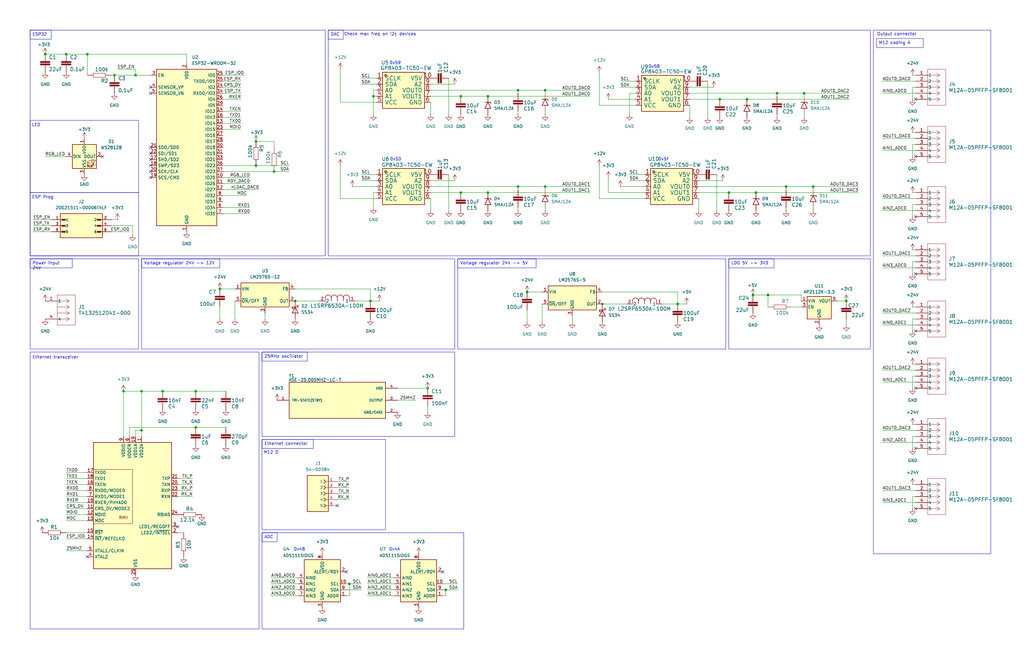
<source format=kicad_sch>
(kicad_sch (version 20231120) (generator "eeschema") (generator_version "8.0")
  (paper "USLedger")
  (junction (at 194.31 81.28))
  (junction (at 48.26 31.75))
  (junction (at 107.95 59.69))
  (junction (at 82.55 180.34))
  (junction (at 218.44 78.74))
  (junction (at 356.87 127))
  (junction (at 317.5 124.46))
  (junction (at 331.47 78.74))
  (junction (at 157.48 40.64))
  (junction (at 82.55 165.1))
  (junction (at 222.25 123.19))
  (junction (at 124.46 127))
  (junction (at 229.87 38.1))
  (junction (at 27.94 22.86))
  (junction (at 156.21 127))
  (junction (at 59.69 181.61))
  (junction (at 36.83 22.86))
  (junction (at 115.57 72.39))
  (junction (at 254 128.27))
  (junction (at 194.31 40.64))
  (junction (at 205.74 40.64))
  (junction (at 229.87 78.74))
  (junction (at 218.44 38.1))
  (junction (at 342.9 78.74))
  (junction (at 52.07 165.1))
  (junction (at 107.95 69.85))
  (junction (at 307.34 81.28))
  (junction (at 303.53 41.91))
  (junction (at 327.66 39.37))
  (junction (at 285.75 128.27))
  (junction (at 59.69 165.1))
  (junction (at 205.74 81.28))
  (junction (at 147.32 246.38))
  (junction (at 57.15 31.75))
  (junction (at 339.09 39.37))
  (junction (at 92.71 121.92))
  (junction (at 187.96 248.92))
  (junction (at 314.96 41.91))
  (junction (at 318.77 81.28))
  (junction (at 19.05 22.86))
  (junction (at 323.85 124.46))
  (junction (at 180.34 163.83))
  (junction (at 68.58 165.1))
  (no_connect (at 386.08 91.44))
  (no_connect (at 146.05 241.3))
  (no_connect (at 386.08 163.83))
  (no_connect (at 386.08 115.57))
  (no_connect (at 63.5 72.39))
  (no_connect (at 386.08 66.04))
  (no_connect (at 74.93 222.25))
  (no_connect (at 142.24 213.36))
  (no_connect (at 63.5 67.31))
  (no_connect (at 63.5 62.23))
  (no_connect (at 63.5 39.37))
  (no_connect (at 63.5 69.85))
  (no_connect (at 43.18 66.04))
  (no_connect (at 186.69 241.3))
  (no_connect (at 63.5 74.93))
  (no_connect (at 386.08 214.63))
  (no_connect (at 386.08 139.7))
  (no_connect (at 386.08 189.23))
  (no_connect (at 63.5 64.77))
  (no_connect (at 36.83 234.95))
  (no_connect (at 63.5 36.83))
  (no_connect (at 386.08 41.91))
  (wire (pts (xy 55.88 95.25) (xy 46.99 95.25)))
  (wire (pts (xy 265.43 39.37) (xy 265.43 48.26)))
  (wire (pts (xy 372.11 137.16) (xy 386.08 137.16)))
  (wire (pts (xy 229.87 78.74) (xy 248.92 78.74)))
  (wire (pts (xy 323.85 124.46) (xy 337.82 124.46)))
  (wire (pts (xy 180.34 173.99) (xy 180.34 171.45)))
  (wire (pts (xy 36.83 22.86) (xy 78.74 22.86)))
  (wire (pts (xy 339.09 49.53) (xy 339.09 48.26)))
  (wire (pts (xy 107.95 69.85) (xy 121.92 69.85)))
  (wire (pts (xy 154.94 243.84) (xy 166.37 243.84)))
  (wire (pts (xy 372.11 63.5) (xy 386.08 63.5)))
  (wire (pts (xy 342.9 78.74) (xy 342.9 80.01)))
  (wire (pts (xy 93.98 46.99) (xy 101.6 46.99)))
  (wire (pts (xy 93.98 90.17) (xy 105.41 90.17)))
  (wire (pts (xy 99.06 127) (xy 99.06 134.62)))
  (wire (pts (xy 157.48 38.1) (xy 157.48 40.64)))
  (wire (pts (xy 13.97 92.71) (xy 21.59 92.71)))
  (wire (pts (xy 386.08 134.62) (xy 384.81 134.62)))
  (wire (pts (xy 318.77 81.28) (xy 361.95 81.28)))
  (wire (pts (xy 261.62 36.83) (xy 267.97 36.83)))
  (wire (pts (xy 55.88 99.06) (xy 55.88 95.25)))
  (wire (pts (xy 143.51 69.85) (xy 143.51 83.82)))
  (wire (pts (xy 146.05 248.92) (xy 152.4 248.92)))
  (wire (pts (xy 265.43 73.66) (xy 271.78 73.66)))
  (wire (pts (xy 331.47 88.9) (xy 331.47 87.63)))
  (wire (pts (xy 290.83 49.53) (xy 290.83 44.45)))
  (wire (pts (xy 384.81 184.15) (xy 384.81 189.23)))
  (wire (pts (xy 93.98 39.37) (xy 101.6 39.37)))
  (wire (pts (xy 181.61 40.64) (xy 194.31 40.64)))
  (wire (pts (xy 261.62 34.29) (xy 267.97 34.29)))
  (wire (pts (xy 152.4 73.66) (xy 158.75 73.66)))
  (wire (pts (xy 13.97 97.79) (xy 21.59 97.79)))
  (wire (pts (xy 194.31 40.64) (xy 205.74 40.64)))
  (wire (pts (xy 372.11 107.95) (xy 386.08 107.95)))
  (wire (pts (xy 327.66 39.37) (xy 339.09 39.37)))
  (wire (pts (xy 27.94 209.55) (xy 36.83 209.55)))
  (wire (pts (xy 285.75 128.27) (xy 289.56 128.27)))
  (wire (pts (xy 152.4 76.2) (xy 158.75 76.2)))
  (wire (pts (xy 384.81 86.36) (xy 384.81 91.44)))
  (wire (pts (xy 205.74 81.28) (xy 248.92 81.28)))
  (wire (pts (xy 271.78 81.28) (xy 256.54 81.28)))
  (wire (pts (xy 186.69 246.38) (xy 193.04 246.38)))
  (wire (pts (xy 290.83 36.83) (xy 300.99 36.83)))
  (wire (pts (xy 372.11 207.01) (xy 386.08 207.01)))
  (wire (pts (xy 147.32 208.28) (xy 142.24 208.28)))
  (wire (pts (xy 331.47 80.01) (xy 331.47 78.74)))
  (wire (pts (xy 59.69 184.15) (xy 59.69 181.61)))
  (wire (pts (xy 384.81 158.75) (xy 384.81 163.83)))
  (wire (pts (xy 372.11 132.08) (xy 386.08 132.08)))
  (wire (pts (xy 57.15 29.21) (xy 57.15 31.75)))
  (wire (pts (xy 181.61 38.1) (xy 218.44 38.1)))
  (wire (pts (xy 93.98 54.61) (xy 101.6 54.61)))
  (wire (pts (xy 93.98 69.85) (xy 107.95 69.85)))
  (wire (pts (xy 294.64 81.28) (xy 307.34 81.28)))
  (wire (pts (xy 384.81 60.96) (xy 384.81 66.04)))
  (wire (pts (xy 114.3 246.38) (xy 125.73 246.38)))
  (wire (pts (xy 52.07 165.1) (xy 59.69 165.1)))
  (wire (pts (xy 194.31 81.28) (xy 205.74 81.28)))
  (wire (pts (xy 49.53 29.21) (xy 57.15 29.21)))
  (wire (pts (xy 157.48 40.64) (xy 157.48 48.26)))
  (wire (pts (xy 222.25 130.81) (xy 222.25 135.89)))
  (wire (pts (xy 147.32 251.46) (xy 146.05 251.46)))
  (wire (pts (xy 27.94 212.09) (xy 36.83 212.09)))
  (wire (pts (xy 27.94 217.17) (xy 36.83 217.17)))
  (wire (pts (xy 252.73 30.48) (xy 252.73 44.45)))
  (wire (pts (xy 384.81 31.75) (xy 386.08 31.75)))
  (wire (pts (xy 93.98 74.93) (xy 105.41 74.93)))
  (wire (pts (xy 157.48 81.28) (xy 157.48 87.63)))
  (wire (pts (xy 314.96 41.91) (xy 358.14 41.91)))
  (wire (pts (xy 147.32 203.2) (xy 142.24 203.2)))
  (wire (pts (xy 181.61 78.74) (xy 218.44 78.74)))
  (wire (pts (xy 27.94 201.93) (xy 36.83 201.93)))
  (wire (pts (xy 342.9 78.74) (xy 361.95 78.74)))
  (wire (pts (xy 384.81 204.47) (xy 386.08 204.47)))
  (wire (pts (xy 302.26 73.66) (xy 302.26 88.9)))
  (wire (pts (xy 256.54 81.28) (xy 256.54 74.93)))
  (wire (pts (xy 156.21 127) (xy 160.02 127)))
  (wire (pts (xy 331.47 78.74) (xy 342.9 78.74)))
  (wire (pts (xy 48.26 31.75) (xy 57.15 31.75)))
  (wire (pts (xy 384.81 134.62) (xy 384.81 139.7)))
  (wire (pts (xy 254 123.19) (xy 285.75 123.19)))
  (wire (pts (xy 342.9 88.9) (xy 342.9 87.63)))
  (wire (pts (xy 241.3 135.89) (xy 241.3 133.35)))
  (wire (pts (xy 372.11 88.9) (xy 386.08 88.9)))
  (wire (pts (xy 186.69 248.92) (xy 187.96 248.92)))
  (wire (pts (xy 386.08 60.96) (xy 384.81 60.96)))
  (wire (pts (xy 59.69 181.61) (xy 59.69 165.1)))
  (wire (pts (xy 372.11 58.42) (xy 386.08 58.42)))
  (wire (pts (xy 143.51 29.21) (xy 143.51 43.18)))
  (wire (pts (xy 294.64 76.2) (xy 304.8 76.2)))
  (wire (pts (xy 252.73 44.45) (xy 267.97 44.45)))
  (wire (pts (xy 303.53 41.91) (xy 314.96 41.91)))
  (wire (pts (xy 384.81 36.83) (xy 384.81 41.91)))
  (wire (pts (xy 92.71 129.54) (xy 92.71 134.62)))
  (wire (pts (xy 205.74 40.64) (xy 248.92 40.64)))
  (wire (pts (xy 218.44 38.1) (xy 229.87 38.1)))
  (wire (pts (xy 294.64 78.74) (xy 331.47 78.74)))
  (wire (pts (xy 74.93 207.01) (xy 81.28 207.01)))
  (wire (pts (xy 229.87 48.26) (xy 229.87 46.99)))
  (wire (pts (xy 93.98 82.55) (xy 104.14 82.55)))
  (wire (pts (xy 111.76 134.62) (xy 111.76 132.08)))
  (wire (pts (xy 218.44 39.37) (xy 218.44 38.1)))
  (wire (pts (xy 27.94 227.33) (xy 36.83 227.33)))
  (wire (pts (xy 317.5 124.46) (xy 323.85 124.46)))
  (wire (pts (xy 54.61 180.34) (xy 82.55 180.34)))
  (wire (pts (xy 285.75 123.19) (xy 285.75 128.27)))
  (wire (pts (xy 384.81 153.67) (xy 386.08 153.67)))
  (wire (pts (xy 372.11 212.09) (xy 386.08 212.09)))
  (wire (pts (xy 46.99 31.75) (xy 48.26 31.75)))
  (wire (pts (xy 82.55 180.34) (xy 95.25 180.34)))
  (wire (pts (xy 54.61 184.15) (xy 54.61 180.34)))
  (wire (pts (xy 147.32 210.82) (xy 142.24 210.82)))
  (wire (pts (xy 68.58 165.1) (xy 82.55 165.1)))
  (wire (pts (xy 279.4 128.27) (xy 285.75 128.27)))
  (wire (pts (xy 74.93 209.55) (xy 81.28 209.55)))
  (wire (pts (xy 124.46 127) (xy 134.62 127)))
  (wire (pts (xy 59.69 165.1) (xy 68.58 165.1)))
  (wire (pts (xy 384.81 105.41) (xy 386.08 105.41)))
  (wire (pts (xy 372.11 39.37) (xy 386.08 39.37)))
  (wire (pts (xy 93.98 52.07) (xy 101.6 52.07)))
  (wire (pts (xy 372.11 161.29) (xy 386.08 161.29)))
  (wire (pts (xy 290.83 41.91) (xy 303.53 41.91)))
  (wire (pts (xy 353.06 127) (xy 356.87 127)))
  (wire (pts (xy 74.93 224.79) (xy 77.47 224.79)))
  (wire (pts (xy 298.45 34.29) (xy 298.45 49.53)))
  (wire (pts (xy 327.66 40.64) (xy 327.66 39.37)))
  (wire (pts (xy 187.96 251.46) (xy 186.69 251.46)))
  (wire (pts (xy 93.98 87.63) (xy 105.41 87.63)))
  (wire (pts (xy 19.05 22.86) (xy 27.94 22.86)))
  (wire (pts (xy 93.98 34.29) (xy 101.6 34.29)))
  (wire (pts (xy 372.11 113.03) (xy 386.08 113.03)))
  (wire (pts (xy 218.44 48.26) (xy 218.44 46.99)))
  (wire (pts (xy 372.11 83.82) (xy 386.08 83.82)))
  (wire (pts (xy 93.98 36.83) (xy 101.6 36.83)))
  (wire (pts (xy 218.44 78.74) (xy 229.87 78.74)))
  (wire (pts (xy 93.98 72.39) (xy 115.57 72.39)))
  (wire (pts (xy 13.97 95.25) (xy 21.59 95.25)))
  (wire (pts (xy 327.66 49.53) (xy 327.66 48.26)))
  (wire (pts (xy 152.4 33.02) (xy 158.75 33.02)))
  (wire (pts (xy 92.71 121.92) (xy 99.06 121.92)))
  (wire (pts (xy 143.51 43.18) (xy 158.75 43.18)))
  (wire (pts (xy 222.25 123.19) (xy 228.6 123.19)))
  (wire (pts (xy 386.08 36.83) (xy 384.81 36.83)))
  (wire (pts (xy 93.98 41.91) (xy 101.6 41.91)))
  (wire (pts (xy 384.81 209.55) (xy 384.81 214.63)))
  (wire (pts (xy 27.94 214.63) (xy 36.83 214.63)))
  (wire (pts (xy 384.81 179.07) (xy 386.08 179.07)))
  (wire (pts (xy 147.32 205.74) (xy 142.24 205.74)))
  (wire (pts (xy 114.3 248.92) (xy 125.73 248.92)))
  (wire (pts (xy 372.11 34.29) (xy 386.08 34.29)))
  (wire (pts (xy 372.11 156.21) (xy 386.08 156.21)))
  (wire (pts (xy 334.01 129.54) (xy 337.82 129.54)))
  (wire (pts (xy 187.96 248.92) (xy 187.96 251.46)))
  (wire (pts (xy 114.3 243.84) (xy 125.73 243.84)))
  (wire (pts (xy 57.15 181.61) (xy 59.69 181.61)))
  (wire (pts (xy 229.87 38.1) (xy 229.87 39.37)))
  (wire (pts (xy 154.94 251.46) (xy 166.37 251.46)))
  (wire (pts (xy 156.21 121.92) (xy 156.21 127)))
  (wire (pts (xy 78.74 22.86) (xy 78.74 26.67)))
  (wire (pts (xy 386.08 209.55) (xy 384.81 209.55)))
  (wire (pts (xy 27.94 204.47) (xy 36.83 204.47)))
  (wire (pts (xy 229.87 38.1) (xy 248.92 38.1)))
  (wire (pts (xy 386.08 110.49) (xy 384.81 110.49)))
  (wire (pts (xy 148.59 78.74) (xy 158.75 78.74)))
  (wire (pts (xy 27.94 224.79) (xy 36.83 224.79)))
  (wire (pts (xy 386.08 86.36) (xy 384.81 86.36)))
  (wire (pts (xy 189.23 33.02) (xy 189.23 48.26)))
  (wire (pts (xy 93.98 77.47) (xy 105.41 77.47)))
  (wire (pts (xy 143.51 83.82) (xy 158.75 83.82)))
  (wire (pts (xy 181.61 81.28) (xy 194.31 81.28)))
  (wire (pts (xy 323.85 124.46) (xy 323.85 129.54)))
  (wire (pts (xy 74.93 204.47) (xy 81.28 204.47)))
  (wire (pts (xy 57.15 184.15) (xy 57.15 181.61)))
  (wire (pts (xy 154.94 246.38) (xy 166.37 246.38)))
  (wire (pts (xy 384.81 81.28) (xy 386.08 81.28)))
  (wire (pts (xy 27.94 232.41) (xy 36.83 232.41)))
  (wire (pts (xy 19.05 66.04) (xy 27.94 66.04)))
  (wire (pts (xy 386.08 184.15) (xy 384.81 184.15)))
  (wire (pts (xy 36.83 22.86) (xy 36.83 31.75)))
  (wire (pts (xy 93.98 80.01) (xy 109.22 80.01)))
  (wire (pts (xy 27.94 22.86) (xy 36.83 22.86)))
  (wire (pts (xy 254 128.27) (xy 264.16 128.27)))
  (wire (pts (xy 187.96 248.92) (xy 193.04 248.92)))
  (wire (pts (xy 189.23 73.66) (xy 189.23 88.9)))
  (wire (pts (xy 57.15 31.75) (xy 63.5 31.75)))
  (wire (pts (xy 386.08 158.75) (xy 384.81 158.75)))
  (wire (pts (xy 52.07 165.1) (xy 52.07 184.15)))
  (wire (pts (xy 180.34 163.83) (xy 167.64 163.83)))
  (wire (pts (xy 149.86 127) (xy 156.21 127)))
  (wire (pts (xy 157.48 40.64) (xy 158.75 40.64)))
  (wire (pts (xy 107.95 59.69) (xy 115.57 59.69)))
  (wire (pts (xy 154.94 248.92) (xy 166.37 248.92)))
  (wire (pts (xy 337.82 124.46) (xy 337.82 127)))
  (wire (pts (xy 229.87 78.74) (xy 229.87 80.01)))
  (wire (pts (xy 265.43 76.2) (xy 271.78 76.2)))
  (wire (pts (xy 267.97 39.37) (xy 265.43 39.37)))
  (wire (pts (xy 228.6 128.27) (xy 228.6 135.89)))
  (wire (pts (xy 46.99 97.79) (xy 54.61 97.79)))
  (wire (pts (xy 307.34 81.28) (xy 318.77 81.28)))
  (wire (pts (xy 147.32 246.38) (xy 147.32 251.46)))
  (wire (pts (xy 181.61 88.9) (xy 181.61 83.82)))
  (wire (pts (xy 256.54 41.91) (xy 267.97 41.91)))
  (wire (pts (xy 290.83 39.37) (xy 327.66 39.37)))
  (wire (pts (xy 82.55 165.1) (xy 95.25 165.1)))
  (wire (pts (xy 181.61 76.2) (xy 191.77 76.2)))
  (wire (pts (xy 114.3 251.46) (xy 125.73 251.46)))
  (wire (pts (xy 339.09 39.37) (xy 339.09 40.64)))
  (wire (pts (xy 147.32 246.38) (xy 152.4 246.38)))
  (wire (pts (xy 27.94 207.01) (xy 36.83 207.01)))
  (wire (pts (xy 152.4 35.56) (xy 158.75 35.56)))
  (wire (pts (xy 93.98 49.53) (xy 101.6 49.53)))
  (wire (pts (xy 218.44 80.01) (xy 218.44 78.74)))
  (wire (pts (xy 384.81 110.49) (xy 384.81 115.57)))
  (wire (pts (xy 372.11 181.61) (xy 386.08 181.61)))
  (wire (pts (xy 115.57 59.69) (xy 115.57 62.23)))
  (wire (pts (xy 356.87 134.62) (xy 356.87 137.16)))
  (wire (pts (xy 339.09 39.37) (xy 358.14 39.37)))
  (wire (pts (xy 115.57 72.39) (xy 121.92 72.39)))
  (wire (pts (xy 181.61 48.26) (xy 181.61 43.18)))
  (wire (pts (xy 252.73 69.85) (xy 252.73 83.82)))
  (wire (pts (xy 181.61 35.56) (xy 191.77 35.56)))
  (wire (pts (xy 27.94 219.71) (xy 36.83 219.71)))
  (wire (pts (xy 158.75 81.28) (xy 157.48 81.28)))
  (wire (pts (xy 158.75 38.1) (xy 157.48 38.1)))
  (wire (pts (xy 46.99 92.71) (xy 49.53 92.71)))
  (wire (pts (xy 261.62 78.74) (xy 271.78 78.74)))
  (wire (pts (xy 294.64 88.9) (xy 294.64 83.82)))
  (wire (pts (xy 384.81 55.88) (xy 386.08 55.88)))
  (wire (pts (xy 93.98 31.75) (xy 102.87 31.75)))
  (wire (pts (xy 124.46 121.92) (xy 156.21 121.92)))
  (wire (pts (xy 252.73 83.82) (xy 271.78 83.82)))
  (wire (pts (xy 229.87 88.9) (xy 229.87 87.63)))
  (wire (pts (xy 384.81 129.54) (xy 386.08 129.54)))
  (wire (pts (xy 167.64 168.91) (xy 175.26 168.91)))
  (wire (pts (xy 372.11 186.69) (xy 386.08 186.69)))
  (wire (pts (xy 146.05 246.38) (xy 147.32 246.38)))
  (wire (pts (xy 218.44 88.9) (xy 218.44 87.63)))
  (wire (pts (xy 74.93 201.93) (xy 81.28 201.93)))
  (wire (pts (xy 27.94 199.39) (xy 36.83 199.39)))
  (rectangle (start 110.49 224.79) (end 195.58 265.43))
  (rectangle (start 59.69 109.22) (end 191.77 147.32))
  (rectangle (start 138.43 12.7) (end 367.03 107.95))
  (rectangle (start 12.7 50.8) (end 58.42 81.28))
  (rectangle (start 12.7 109.22) (end 58.42 147.32))
  (rectangle (start 110.49 148.59) (end 191.77 184.15))
  (rectangle (start 307.34 109.22) (end 367.03 147.32))
  (rectangle (start 193.04 109.22) (end 306.07 147.32))
  (rectangle (start 12.7 81.28) (end 58.42 107.95))
  (rectangle (start 368.3 12.7) (end 417.83 233.68))
  (rectangle (start 12.7 148.59) (end 109.22 265.43))
  (rectangle (start 12.7 12.7) (end 137.16 107.95))
  (rectangle (start 110.49 185.42) (end 162.56 223.52))
  (text_box "Voltage regulator 24V -­> 5V" (at 193.04 109.22 0) (size 33.02 3.81) (effects (font (size 1.27 1.27)) (justify left top)))
  (text_box "M12 coding A" (at 369.57 16.256 0) (size 19.812 3.81) (effects (font (size 1.27 1.27)) (justify left top)))
  (text_box "DAC" (at 138.43 12.7 0) (size 6.35 3.81) (effects (font (size 1.27 1.27)) (justify left top)))
  (text_box "Voltage regulator 24V -­> 12V" (at 59.69 109.22 0) (size 33.02 3.81) (effects (font (size 1.27 1.27)) (justify left top)))
  (text_box "ADC" (at 110.49 224.79 0) (size 6.35 3.81) (effects (font (size 1.27 1.27)) (justify left top)))
  (text_box "25MHz oscillator" (at 110.49 148.59 0) (size 19.05 3.81) (effects (font (size 1.27 1.27)) (justify left top)))
  (text_box "Power input 24V" (at 12.7 109.22 0) (size 17.78 3.81) (effects (font (size 1.27 1.27)) (justify left top)))
  (text_box "LDO 5V -­> 3V3" (at 307.34 109.22 0) (size 19.05 3.81) (effects (font (size 1.27 1.27)) (justify left top)))
  (text_box "ESP32" (at 12.7 12.7 0) (size 8.89 3.81) (effects (font (size 1.27 1.27)) (justify left top)))
  (text_box "Ethernet connector" (at 110.49 185.42 0) (size 21.59 3.81) (effects (font (size 1.27 1.27)) (justify left top)))
  (text "0x4B" (at 126.238 231.902 0) (effects (font (size 1.27 1.27))))
  (text "0x4A" (at 166.37 231.902 0) (effects (font (size 1.27 1.27))))
  (text "LED\n" (at 15.24 52.832 0) (effects (font (size 1.27 1.27))))
  (text "Check max freq on i2c devices" (at 160.274 14.478 0) (effects (font (size 1.27 1.27))))
  (text "0x5F" (at 279.908 67.31 0) (effects (font (size 1.27 1.27))))
  (text "Output connector" (at 378.206 14.478 0) (effects (font (size 1.27 1.27))))
  (text "0x59" (at 166.624 26.67 0) (effects (font (size 1.27 1.27))))
  (text "0x5B" (at 275.844 28.194 0) (effects (font (size 1.27 1.27))))
  (text "Ethernet transceiver" (at 23.368 150.876 0) (effects (font (size 1.27 1.27))))
  (text "ESP Prog" (at 18.034 83.312 0) (effects (font (size 1.27 1.27))))
  (text "M12 D" (at 114.3 191.008 0) (effects (font (size 1.27 1.27))))
  (text "0x5D" (at 166.878 67.31 0) (effects (font (size 1.27 1.27))))
  (label "ESP_TX" (at 13.97 95.25 0))
  (label "MDIO" (at 101.6 54.61 180))
  (label "TXD1" (at 101.6 49.53 180))
  (label "AOUT0_DAC1" (at 248.92 78.74 180))
  (label "RX_P" (at 81.28 207.01 180))
  (label "ESP_IO0" (at 54.61 97.79 180))
  (label "AOUT0_DAC1" (at 372.11 83.82 0))
  (label "SCL" (at 152.4 33.02 0))
  (label "TXD1" (at 27.94 201.93 0))
  (label "SDA" (at 265.43 76.2 0))
  (label "ESP_EN" (at 13.97 92.71 0))
  (label "TXEN" (at 101.6 46.99 180))
  (label "AIN0_ADC0" (at 372.11 39.37 0))
  (label "SCL" (at 152.4 246.38 180))
  (label "AIN1_ADC1" (at 154.94 246.38 0))
  (label "AOUT1_DAC1" (at 372.11 107.95 0))
  (label "AIN0_ADC1" (at 372.11 137.16 0))
  (label "SDA" (at 152.4 248.92 180))
  (label "ESP_RX" (at 101.6 34.29 180))
  (label "TX_N" (at 147.32 208.28 180))
  (label "MDIO" (at 27.94 217.17 0))
  (label "AOUT1_DAC3" (at 372.11 207.01 0))
  (label "TXEN" (at 27.94 204.47 0))
  (label "AIN2_ADC1" (at 372.11 186.69 0))
  (label "ESP_TX" (at 101.6 39.37 180))
  (label "SCL" (at 193.04 246.38 180))
  (label "SCL" (at 261.62 34.29 0))
  (label "TX_P" (at 147.32 203.2 180))
  (label "SCL" (at 121.92 69.85 180))
  (label "AIN1_ADC1" (at 372.11 161.29 0))
  (label "TXD0" (at 101.6 52.07 180))
  (label "TXD0" (at 27.94 199.39 0))
  (label "SDA" (at 152.4 35.56 0))
  (label "AIN2_ADC0" (at 114.3 248.92 0))
  (label "AIN2_ADC1" (at 154.94 248.92 0))
  (label "AIN3_ADC0" (at 114.3 251.46 0))
  (label "SDA" (at 261.62 36.83 0))
  (label "MDC" (at 27.94 219.71 0))
  (label "AIN3_ADC1" (at 372.11 212.09 0))
  (label "AOUT1_DAC1" (at 248.92 81.28 180))
  (label "TX_N" (at 81.28 204.47 180))
  (label "AOUT0_DAC3" (at 361.95 78.74 180))
  (label "ESP_IO0" (at 102.87 31.75 180))
  (label "RDY_DAC0" (at 105.41 77.47 180))
  (label "AIN0_ADC1" (at 154.94 243.84 0))
  (label "AOUT1_DAC0" (at 372.11 58.42 0))
  (label "SCL" (at 152.4 73.66 0))
  (label "AIN3_ADC1" (at 154.94 251.46 0))
  (label "RX_N" (at 147.32 210.82 180))
  (label "25MHZ" (at 27.94 232.41 0))
  (label "RXER" (at 27.94 212.09 0))
  (label "25MHZ" (at 175.26 168.91 180))
  (label "AOUT0_DAC2" (at 358.14 39.37 180))
  (label "ESP_IO0" (at 27.94 227.33 0))
  (label "AIN1_ADC0" (at 372.11 63.5 0))
  (label "AOUT0_DAC0" (at 372.11 34.29 0))
  (label "RXER" (at 101.6 41.91 180))
  (label "MDC" (at 104.14 82.55 180))
  (label "SDA" (at 121.92 72.39 180))
  (label "RX_N" (at 81.28 209.55 180))
  (label "AOUT1_DAC2" (at 372.11 156.21 0))
  (label "nLDAC_DAC0" (at 109.22 80.01 180))
  (label "AIN2_ADC0" (at 372.11 88.9 0))
  (label "SDA" (at 152.4 76.2 0))
  (label "AIN1_ADC0" (at 114.3 246.38 0))
  (label "RGB_LED" (at 19.05 66.04 0))
  (label "TX_P" (at 81.28 201.93 180))
  (label "AOUT0_DAC0" (at 248.92 38.1 180))
  (label "RXD0" (at 27.94 207.01 0))
  (label "SDA" (at 193.04 248.92 180))
  (label "ESP_RX" (at 13.97 97.79 0))
  (label "AIN0_ADC0" (at 114.3 243.84 0))
  (label "ESP_EN" (at 49.53 29.21 0))
  (label "RGB_LED" (at 105.41 74.93 180))
  (label "AOUT0_DAC2" (at 372.11 132.08 0))
  (label "AOUT0_DAC3" (at 372.11 181.61 0))
  (label "AOUT1_DAC3" (at 361.95 81.28 180))
  (label "CRS_DV" (at 27.94 214.63 0))
  (label "RX_P" (at 147.32 205.74 180))
  (label "AOUT1_DAC2" (at 358.14 41.91 180))
  (label "CRS_DV" (at 101.6 36.83 180))
  (label "SCL" (at 265.43 73.66 0))
  (label "AIN3_ADC0" (at 372.11 113.03 0))
  (label "RXD0" (at 105.41 90.17 180))
  (label "RXD1" (at 27.94 209.55 0))
  (label "RXD1" (at 105.41 87.63 180))
  (label "AOUT1_DAC0" (at 248.92 40.64 180))
  (symbol (lib_id "SerialChiller-eagle-import:C-EUC1206") (at 82.55 170.18 0) (mirror x) (unit 1)
    (property "Reference" "C5" (at 84.836 170.688 0) (effects (font (size 1.4986 1.4986)) (justify left bottom)))
    (property "Value" "22nF" (at 84.836 168.148 0) (effects (font (size 1.4986 1.4986)) (justify left bottom)))
    (property "Footprint" "Capacitor_SMD:C_0603_1608Metric" (effects (hide yes)))
  )
  (symbol (lib_id "power:GND") (at 222.25 135.89 0) (unit 1)
    (property "Reference" "#PWR56" (effects (hide yes)))
    (property "Value" "GND" (at 222.25 140.97 0))
    (property "Description" "Power symbol creates a global label with name \"GND\" , ground" (effects (hide yes)))
  )
  (symbol (lib_id "power:GND") (at 218.44 48.26 0) (unit 1)
    (property "Reference" "#PWR53" (effects (hide yes)))
    (property "Value" "GND" (at 218.44 53.34 0))
    (property "Description" "Power symbol creates a global label with name \"GND\" , ground" (effects (hide yes)))
  )
  (symbol (lib_id "power:GND") (at 298.45 49.53 0) (unit 1)
    (property "Reference" "#PWR72" (effects (hide yes)))
    (property "Value" "GND" (at 298.45 54.102 0))
    (property "Description" "Power symbol creates a global label with name \"GND\" , ground" (effects (hide yes)))
  )
  (symbol (lib_id "power:GND") (at 85.09 217.17 0) (unit 1)
    (property "Reference" "#PWR19" (effects (hide yes)))
    (property "Value" "GND" (at 85.09 220.98 0))
    (property "Description" "Power symbol creates a global label with name \"GND\" , ground" (effects (hide yes)))
  )
  (symbol (lib_id "power:+5V") (at 289.56 128.27 0) (unit 1)
    (property "Reference" "#PWR69" (effects (hide yes)))
    (property "Value" "+5V" (at 289.56 123.19 0))
    (property "Description" "Power symbol creates a global label with name \"+5V\"" (effects (hide yes)))
  )
  (symbol (lib_id "SerialChiller-eagle-import:C-EUC1206") (at 156.21 132.08 0) (mirror x) (unit 1)
    (property "Reference" "C10" (at 158.496 132.588 0) (effects (font (size 1.4986 1.4986)) (justify left bottom)))
    (property "Value" "100uF" (at 158.496 130.048 0) (effects (font (size 1.4986 1.4986)) (justify left bottom)))
    (property "Footprint" "Capacitor_SMD:C_0603_1608Metric" (effects (hide yes)))
  )
  (symbol (lib_id "power:+24V") (at 384.81 105.41 0) (unit 1)
    (property "Reference" "#PWR95" (effects (hide yes)))
    (property "Value" "+24V" (at 384.81 100.33 0))
    (property "Description" "Power symbol creates a global label with name \"+24V\"" (effects (hide yes)))
  )
  (symbol (lib_id "power:+3V3") (at 191.77 76.2 0) (unit 1)
    (property "Reference" "#PWR48" (effects (hide yes)))
    (property "Value" "+3V3" (at 191.77 71.12 0))
    (property "Description" "Power symbol creates a global label with name \"+3V3\"" (effects (hide yes)))
  )
  (symbol (lib_id "power:+24V") (at 19.05 127 0) (unit 1)
    (property "Reference" "#PWR4" (effects (hide yes)))
    (property "Value" "+24V" (at 19.05 121.92 0))
    (property "Description" "Power symbol creates a global label with name \"+24V\"" (effects (hide yes)))
  )
  (symbol (lib_id "power:GND") (at 156.21 134.62 0) (unit 1)
    (property "Reference" "#PWR34" (effects (hide yes)))
    (property "Value" "GND" (at 156.21 139.7 0))
    (property "Description" "Power symbol creates a global label with name \"GND\" , ground" (effects (hide yes)))
  )
  (symbol (lib_id "power:GND") (at 356.87 137.16 0) (unit 1)
    (property "Reference" "#PWR88" (effects (hide yes)))
    (property "Value" "GND" (at 356.87 142.24 0))
    (property "Description" "Power symbol creates a global label with name \"GND\" , ground" (effects (hide yes)))
  )
  (symbol (lib_id "SerialChiller-eagle-import:C-EUC1206") (at 68.58 170.18 0) (mirror x) (unit 1)
    (property "Reference" "C4" (at 70.866 170.688 0) (effects (font (size 1.4986 1.4986)) (justify left bottom)))
    (property "Value" "10nF" (at 70.866 168.148 0) (effects (font (size 1.4986 1.4986)) (justify left bottom)))
    (property "Footprint" "Capacitor_SMD:C_0603_1608Metric" (effects (hide yes)))
  )
  (symbol (lib_id "power:GND") (at 294.64 88.9 0) (unit 1)
    (property "Reference" "#PWR71" (effects (hide yes)))
    (property "Value" "GND" (at 294.64 93.98 0))
    (property "Description" "Power symbol creates a global label with name \"GND\" , ground" (effects (hide yes)))
  )
  (symbol (lib_id "Diode:SMAJ12A") (at 318.77 85.09 270) (unit 1)
    (property "Reference" "D9" (at 321.31 83.8199 90) (effects (justify left)))
    (property "Value" "SMAJ12A" (at 321.31 86.3599 90) (effects (justify left)))
    (property "Footprint" "Diode_SMD:D_SMA" (effects (hide yes)))
    (property "Datasheet" "https://www.littelfuse.com/media?resourcetype=datasheets&itemid=75e32973-b177-4ee3-a0ff-cedaf1abdb93&filename=smaj-datasheet" (effects (hide yes)))
    (property "Description" "400W unidirectional Transient Voltage Suppressor, 12.0Vr, SMA(DO-214AC)" (effects (hide yes)))
  )
  (symbol (lib_id "SerialChiller-eagle-import:C-EUC1206") (at 317.5 127 0) (mirror y) (unit 1)
    (property "Reference" "C24" (at 315.976 126.619 0) (effects (font (size 1.4986 1.4986)) (justify left bottom)))
    (property "Value" "22uF" (at 315.976 131.699 0) (effects (font (size 1.4986 1.4986)) (justify left bottom)))
    (property "Footprint" "Capacitor_SMD:C_0603_1608Metric" (effects (hide yes)))
  )
  (symbol (lib_id "power:GND") (at 318.77 88.9 0) (unit 1)
    (property "Reference" "#PWR81" (effects (hide yes)))
    (property "Value" "GND" (at 318.77 93.98 0))
    (property "Description" "Power symbol creates a global label with name \"GND\" , ground" (effects (hide yes)))
  )
  (symbol (lib_id "SerialChiller-eagle-import:R-EU_R0603") (at 77.47 229.87 90) (mirror x) (unit 1)
    (property "Reference" "R3" (at 75.946 228.346 0) (effects (font (size 1.4986 1.4986)) (justify left bottom)))
    (property "Value" "10k" (at 80.518 227.584 0) (effects (font (size 1.4986 1.4986)) (justify left bottom)))
    (property "Footprint" "Resistor_SMD:R_0603_1608Metric" (effects (hide yes)))
  )
  (symbol (lib_id "SerialChiller-eagle-import:C-EUC1206") (at 331.47 85.09 0) (mirror x) (unit 1)
    (property "Reference" "C26" (at 333.756 85.598 0) (effects (font (size 1.4986 1.4986)) (justify left bottom)))
    (property "Value" "10uF" (at 333.756 83.058 0) (effects (font (size 1.4986 1.4986)) (justify left bottom)))
    (property "Footprint" "Capacitor_SMD:C_0603_1608Metric" (effects (hide yes)))
  )
  (symbol (lib_id "power:GND") (at 77.47 234.95 0) (unit 1)
    (property "Reference" "#PWR15" (effects (hide yes)))
    (property "Value" "GND" (at 77.47 238.76 0))
    (property "Description" "Power symbol creates a global label with name \"GND\" , ground" (effects (hide yes)))
  )
  (symbol (lib_id "SerialChiller-eagle-import:C-EUC1206") (at 180.34 166.37 0) (unit 1)
    (property "Reference" "C11" (at 181.864 165.989 0) (effects (font (size 1.4986 1.4986)) (justify left bottom)))
    (property "Value" "100nF" (at 181.864 171.069 0) (effects (font (size 1.4986 1.4986)) (justify left bottom)))
    (property "Footprint" "Capacitor_SMD:C_0603_1608Metric" (effects (hide yes)))
  )
  (symbol (lib_id "power:GND") (at 307.34 88.9 0) (unit 1)
    (property "Reference" "#PWR77" (effects (hide yes)))
    (property "Value" "GND" (at 307.34 93.98 0))
    (property "Description" "Power symbol creates a global label with name \"GND\" , ground" (effects (hide yes)))
  )
  (symbol (lib_id "power:GND") (at 254 135.89 0) (unit 1)
    (property "Reference" "#PWR63" (effects (hide yes)))
    (property "Value" "GND" (at 254 140.97 0))
    (property "Description" "Power symbol creates a global label with name \"GND\" , ground" (effects (hide yes)))
  )
  (symbol (lib_id "power:GND") (at 167.64 173.99 0) (unit 1)
    (property "Reference" "#PWR38" (effects (hide yes)))
    (property "Value" "GND" (at 167.64 179.07 0))
    (property "Description" "Power symbol creates a global label with name \"GND\" , ground" (effects (hide yes)))
  )
  (symbol (lib_id "power:GND") (at 157.48 48.26 0) (unit 1)
    (property "Reference" "#PWR35" (effects (hide yes)))
    (property "Value" "GND" (at 157.48 53.34 0))
    (property "Description" "Power symbol creates a global label with name \"GND\" , ground" (effects (hide yes)))
  )
  (symbol (lib_id "2025-06-26_19-04-36:M12A-05PFFP-SF8001") (at 386.08 129.54 0) (unit 1)
    (property "Reference" "J8" (at 400.05 133.3499 0) (effects (font (size 1.524 1.524)) (justify left)))
    (property "Value" "M12A-05PFFP-SF8001" (at 400.05 135.8899 0) (effects (font (size 1.524 1.524)) (justify left)))
    (property "Footprint" "CONN_SF8001_AMP" (effects (hide yes)))
    (property "Datasheet" "M12A-05PFFP-SF8001" (effects (hide yes)))
  )
  (symbol (lib_id "power:GND") (at 303.53 49.53 0) (unit 1)
    (property "Reference" "#PWR75" (effects (hide yes)))
    (property "Value" "GND" (at 303.53 54.102 0))
    (property "Description" "Power symbol creates a global label with name \"GND\" , ground" (effects (hide yes)))
  )
  (symbol (lib_id "2025-06-26_19-04-36:M12A-05PFFP-SF8001") (at 386.08 179.07 0) (unit 1)
    (property "Reference" "J10" (at 400.05 182.8799 0) (effects (font (size 1.524 1.524)) (justify left)))
    (property "Value" "M12A-05PFFP-SF8001" (at 400.05 185.4199 0) (effects (font (size 1.524 1.524)) (justify left)))
    (property "Footprint" "CONN_SF8001_AMP" (effects (hide yes)))
    (property "Datasheet" "M12A-05PFFP-SF8001" (effects (hide yes)))
  )
  (symbol (lib_id "SerialChiller-eagle-import:R-EU_R0603") (at 22.86 224.79 0) (mirror y) (unit 1)
    (property "Reference" "R1" (at 24.384 223.266 0) (effects (font (size 1.4986 1.4986)) (justify left bottom)))
    (property "Value" "10k" (at 25.146 227.838 0) (effects (font (size 1.4986 1.4986)) (justify left bottom)))
    (property "Footprint" "Resistor_SMD:R_0603_1608Metric" (effects (hide yes)))
  )
  (symbol (lib_id "SerialChiller-eagle-import:C-EUC1206") (at 27.94 25.4 0) (unit 1)
    (property "Reference" "C2" (at 29.464 25.019 0) (effects (font (size 1.4986 1.4986)) (justify left bottom)))
    (property "Value" "0.1uF" (at 29.464 30.099 0) (effects (font (size 1.4986 1.4986)) (justify left bottom)))
    (property "Footprint" "Capacitor_SMD:C_0603_1608Metric" (effects (hide yes)))
  )
  (symbol (lib_id "power:+3V3") (at 107.95 59.69 0) (unit 1)
    (property "Reference" "#PWR25" (effects (hide yes)))
    (property "Value" "+3V3" (at 108.204 55.88 0))
    (property "Description" "Power symbol creates a global label with name \"+3V3\"" (effects (hide yes)))
  )
  (symbol (lib_id "power:GND") (at 95.25 187.96 0) (unit 1)
    (property "Reference" "#PWR23" (effects (hide yes)))
    (property "Value" "GND" (at 95.25 193.04 0))
    (property "Description" "Power symbol creates a global label with name \"GND\" , ground" (effects (hide yes)))
  )
  (symbol (lib_id "power:GND") (at 57.15 242.57 0) (unit 1)
    (property "Reference" "#PWR13" (effects (hide yes)))
    (property "Value" "GND" (at 57.15 246.634 0))
    (property "Description" "Power symbol creates a global label with name \"GND\" , ground" (effects (hide yes)))
  )
  (symbol (lib_id "power:GND") (at 384.81 41.91 0) (unit 1)
    (property "Reference" "#PWR90" (effects (hide yes)))
    (property "Value" "GND" (at 384.81 46.99 0))
    (property "Description" "Power symbol creates a global label with name \"GND\" , ground" (effects (hide yes)))
  )
  (symbol (lib_id "power:GND") (at 181.61 48.26 0) (unit 1)
    (property "Reference" "#PWR43" (effects (hide yes)))
    (property "Value" "GND" (at 181.61 53.34 0))
    (property "Description" "Power symbol creates a global label with name \"GND\" , ground" (effects (hide yes)))
  )
  (symbol (lib_id "20021511-00006T4LF:20021511-00006T4LF") (at 34.29 102.87 0) (unit 1)
    (property "Reference" "J2" (at 34.29 85.09 0))
    (property "Value" "20021511-00006T4LF" (at 34.29 87.63 0))
    (property "Footprint" "20021511_00006T4LF:AMPHENOL_20021511-00006T4LF" (effects (hide yes)))
    (property "PARTREV" "C3" (effects (hide yes)))
    (property "STANDARD" "Manufacturer Recommendations" (effects (hide yes)))
    (property "SNAPEDA_PN" "20021511-00006T4LF" (effects (hide yes)))
    (property "MAXIMUM_PACKAGE_HEOIGHT" "4.5mm" (effects (hide yes)))
    (property "MANUFACTURER" "Amphenol" (effects (hide yes)))
  )
  (symbol (lib_id "2025-06-26_19-04-36:M12A-05PFFP-SF8001") (at 386.08 81.28 0) (unit 1)
    (property "Reference" "J6" (at 400.05 85.0899 0) (effects (font (size 1.524 1.524)) (justify left)))
    (property "Value" "M12A-05PFFP-SF8001" (at 400.05 87.6299 0) (effects (font (size 1.524 1.524)) (justify left)))
    (property "Footprint" "CONN_SF8001_AMP" (effects (hide yes)))
    (property "Datasheet" "M12A-05PFFP-SF8001" (effects (hide yes)))
  )
  (symbol (lib_id "Regulator_Switching:LM2576S-5") (at 241.3 125.73 0) (unit 1)
    (property "Reference" "U8" (at 241.3 115.57 0))
    (property "Value" "LM2576S-5" (at 241.3 118.11 0))
    (property "Footprint" "Package_TO_SOT_SMD:TO-263-5_TabPin3" (effects (hide yes)))
    (property "Datasheet" "http://www.ti.com/lit/ds/symlink/lm2576.pdf" (effects (hide yes)))
    (property "Description" "5V, 3A SIMPLE SWITCHER® Step-Down Voltage Regulator, TO-263" (effects (hide yes)))
  )
  (symbol (lib_id "2025-06-26_19-04-36:M12A-05PFFP-SF8001") (at 386.08 105.41 0) (unit 1)
    (property "Reference" "J7" (at 400.05 109.2199 0) (effects (font (size 1.524 1.524)) (justify left)))
    (property "Value" "M12A-05PFFP-SF8001" (at 400.05 111.7599 0) (effects (font (size 1.524 1.524)) (justify left)))
    (property "Footprint" "CONN_SF8001_AMP" (effects (hide yes)))
    (property "Datasheet" "M12A-05PFFP-SF8001" (effects (hide yes)))
  )
  (symbol (lib_id "power:GND") (at 342.9 88.9 0) (unit 1)
    (property "Reference" "#PWR85" (effects (hide yes)))
    (property "Value" "GND" (at 342.9 93.98 0))
    (property "Description" "Power symbol creates a global label with name \"GND\" , ground" (effects (hide yes)))
  )
  (symbol (lib_id "2025-06-26_19-04-36:M12A-05PFFP-SF8001") (at 386.08 153.67 0) (unit 1)
    (property "Reference" "J9" (at 400.05 157.4799 0) (effects (font (size 1.524 1.524)) (justify left)))
    (property "Value" "M12A-05PFFP-SF8001" (at 400.05 160.0199 0) (effects (font (size 1.524 1.524)) (justify left)))
    (property "Footprint" "CONN_SF8001_AMP" (effects (hide yes)))
    (property "Datasheet" "M12A-05PFFP-SF8001" (effects (hide yes)))
  )
  (symbol (lib_id "power:GND") (at 228.6 135.89 0) (unit 1)
    (property "Reference" "#PWR57" (effects (hide yes)))
    (property "Value" "GND" (at 228.6 140.97 0))
    (property "Description" "Power symbol creates a global label with name \"GND\" , ground" (effects (hide yes)))
  )
  (symbol (lib_id "Regulator_Linear:AP2112K-3.3") (at 345.44 129.54 0) (unit 1)
    (property "Reference" "U11" (at 345.44 120.65 0))
    (property "Value" "AP2112K-3.3" (at 345.44 123.19 0))
    (property "Footprint" "Package_TO_SOT_SMD:SOT-23-5" (effects (hide yes)))
    (property "Datasheet" "https://www.diodes.com/assets/Datasheets/AP2112.pdf" (effects (hide yes)))
    (property "Description" "600mA low dropout linear regulator, with enable pin, 3.8V-6V input voltage range, 3.3V fixed positive output, SOT-23-5" (effects (hide yes)))
  )
  (symbol (lib_id "power:+3V3") (at 256.54 74.93 0) (unit 1)
    (property "Reference" "#PWR65" (effects (hide yes)))
    (property "Value" "+3V3" (at 256.54 69.85 0))
    (property "Description" "Power symbol creates a global label with name \"+3V3\"" (effects (hide yes)))
  )
  (symbol (lib_id "power:GND") (at 384.81 66.04 0) (unit 1)
    (property "Reference" "#PWR92" (effects (hide yes)))
    (property "Value" "GND" (at 384.81 71.12 0))
    (property "Description" "Power symbol creates a global label with name \"GND\" , ground" (effects (hide yes)))
  )
  (symbol (lib_id "power:GND") (at 384.81 91.44 0) (unit 1)
    (property "Reference" "#PWR94" (effects (hide yes)))
    (property "Value" "GND" (at 384.81 96.52 0))
    (property "Description" "Power symbol creates a global label with name \"GND\" , ground" (effects (hide yes)))
  )
  (symbol (lib_id "power:GND") (at 189.23 88.9 0) (unit 1)
    (property "Reference" "#PWR46" (effects (hide yes)))
    (property "Value" "GND" (at 189.23 93.98 0))
    (property "Description" "Power symbol creates a global label with name \"GND\" , ground" (effects (hide yes)))
  )
  (symbol (lib_id "power:GND") (at 384.81 115.57 0) (unit 1)
    (property "Reference" "#PWR96" (effects (hide yes)))
    (property "Value" "GND" (at 384.81 120.65 0))
    (property "Description" "Power symbol creates a global label with name \"GND\" , ground" (effects (hide yes)))
  )
  (symbol (lib_id "power:GND") (at 189.23 48.26 0) (unit 1)
    (property "Reference" "#PWR45" (effects (hide yes)))
    (property "Value" "GND" (at 189.23 53.34 0))
    (property "Description" "Power symbol creates a global label with name \"GND\" , ground" (effects (hide yes)))
  )
  (symbol (lib_id "SerialChiller-eagle-import:C-EUC1206") (at 299.72 73.66 270) (mirror x) (unit 1)
    (property "Reference" "C21" (at 300.228 71.374 0) (effects (font (size 1.4986 1.4986)) (justify left bottom)))
    (property "Value" "1uF" (at 297.688 71.374 0) (effects (font (size 1.4986 1.4986)) (justify left bottom)))
    (property "Footprint" "Capacitor_SMD:C_0603_1608Metric" (effects (hide yes)))
  )
  (symbol (lib_id "power:GND") (at 111.76 134.62 0) (unit 1)
    (property "Reference" "#PWR26" (effects (hide yes)))
    (property "Value" "GND" (at 111.76 139.7 0))
    (property "Description" "Power symbol creates a global label with name \"GND\" , ground" (effects (hide yes)))
  )
  (symbol (lib_id "power:GND") (at 19.05 134.62 0) (unit 1)
    (property "Reference" "#PWR5" (effects (hide yes)))
    (property "Value" "GND" (at 19.05 139.7 0))
    (property "Description" "Power symbol creates a global label with name \"GND\" , ground" (effects (hide yes)))
  )
  (symbol (lib_id "SerialChiller-eagle-import:C-EUC1206") (at 327.66 45.72 0) (mirror x) (unit 1)
    (property "Reference" "C25" (at 329.946 46.228 0) (effects (font (size 1.4986 1.4986)) (justify left bottom)))
    (property "Value" "10uF" (at 329.946 43.688 0) (effects (font (size 1.4986 1.4986)) (justify left bottom)))
    (property "Footprint" "Capacitor_SMD:C_0603_1608Metric" (effects (hide yes)))
  )
  (symbol (lib_id "power:+24V") (at 92.71 121.92 0) (unit 1)
    (property "Reference" "#PWR20" (effects (hide yes)))
    (property "Value" "+24V" (at 92.71 116.84 0))
    (property "Description" "Power symbol creates a global label with name \"+24V\"" (effects (hide yes)))
  )
  (symbol (lib_id "power:GND") (at 302.26 88.9 0) (unit 1)
    (property "Reference" "#PWR74" (effects (hide yes)))
    (property "Value" "GND" (at 302.26 93.98 0))
    (property "Description" "Power symbol creates a global label with name \"GND\" , ground" (effects (hide yes)))
  )
  (symbol (lib_id "power:+3V3") (at 176.53 233.68 0) (unit 1)
    (property "Reference" "#PWR39" (effects (hide yes)))
    (property "Value" "+3V3" (at 176.53 228.6 0))
    (property "Description" "Power symbol creates a global label with name \"+3V3\"" (effects (hide yes)))
  )
  (symbol (lib_id "power:GND") (at 180.34 173.99 0) (unit 1)
    (property "Reference" "#PWR42" (effects (hide yes)))
    (property "Value" "GND" (at 180.34 179.07 0))
    (property "Description" "Power symbol creates a global label with name \"GND\" , ground" (effects (hide yes)))
  )
  (symbol (lib_id "Regulator_Switching:LM2576S-12") (at 111.76 124.46 0) (unit 1)
    (property "Reference" "U3" (at 111.76 114.3 0))
    (property "Value" "LM2576S-12" (at 111.76 116.84 0))
    (property "Footprint" "Package_TO_SOT_SMD:TO-263-5_TabPin3" (effects (hide yes)))
    (property "Datasheet" "http://www.ti.com/lit/ds/symlink/lm2576.pdf" (effects (hide yes)))
    (property "Description" "12V, 3A SIMPLE SWITCHER® Step-Down Voltage Regulator, TO-263" (effects (hide yes)))
  )
  (symbol (lib_id "power:+3V3") (at 49.53 92.71 0) (unit 1)
    (property "Reference" "#PWR10" (effects (hide yes)))
    (property "Value" "+3V3" (at 49.53 87.63 0))
    (property "Description" "Power symbol creates a global label with name \"+3V3\"" (effects (hide yes)))
  )
  (symbol (lib_id "SerialChiller-eagle-import:C-EUC1206") (at 218.44 85.09 0) (mirror x) (unit 1)
    (property "Reference" "C17" (at 220.726 85.598 0) (effects (font (size 1.4986 1.4986)) (justify left bottom)))
    (property "Value" "10uF" (at 220.726 83.058 0) (effects (font (size 1.4986 1.4986)) (justify left bottom)))
    (property "Footprint" "Capacitor_SMD:C_0603_1608Metric" (effects (hide yes)))
  )
  (symbol (lib_id "power:GND") (at 331.47 88.9 0) (unit 1)
    (property "Reference" "#PWR83" (effects (hide yes)))
    (property "Value" "GND" (at 331.47 93.98 0))
    (property "Description" "Power symbol creates a global label with name \"GND\" , ground" (effects (hide yes)))
  )
  (symbol (lib_id "power:GND") (at 229.87 48.26 0) (unit 1)
    (property "Reference" "#PWR58" (effects (hide yes)))
    (property "Value" "GND" (at 229.87 53.34 0))
    (property "Description" "Power symbol creates a global label with name \"GND\" , ground" (effects (hide yes)))
  )
  (symbol (lib_id "power:+3V3") (at 52.07 165.1 0) (unit 1)
    (property "Reference" "#PWR11" (effects (hide yes)))
    (property "Value" "+3V3" (at 52.07 160.02 0))
    (property "Description" "Power symbol creates a global label with name \"+3V3\"" (effects (hide yes)))
  )
  (symbol (lib_id "SerialChiller-eagle-import:C-EUC1206") (at 95.25 170.18 0) (mirror x) (unit 1)
    (property "Reference" "C8" (at 97.536 170.688 0) (effects (font (size 1.4986 1.4986)) (justify left bottom)))
    (property "Value" "10nF" (at 97.536 168.148 0) (effects (font (size 1.4986 1.4986)) (justify left bottom)))
    (property "Footprint" "Capacitor_SMD:C_0603_1608Metric" (effects (hide yes)))
  )
  (symbol (lib_id "power:GND") (at 78.74 97.79 0) (unit 1)
    (property "Reference" "#PWR16" (effects (hide yes)))
    (property "Value" "GND" (at 78.74 102.87 0))
    (property "Description" "Power symbol creates a global label with name \"GND\" , ground" (effects (hide yes)))
  )
  (symbol (lib_id "power:GND") (at 205.74 48.26 0) (unit 1)
    (property "Reference" "#PWR51" (effects (hide yes)))
    (property "Value" "GND" (at 205.74 53.34 0))
    (property "Description" "Power symbol creates a global label with name \"GND\" , ground" (effects (hide yes)))
  )
  (symbol (lib_id "Diode:SMAJ12A") (at 229.87 83.82 270) (unit 1)
    (property "Reference" "D6" (at 232.41 82.5499 90) (effects (justify left)))
    (property "Value" "SMAJ12A" (at 232.41 85.0899 90) (effects (justify left)))
    (property "Footprint" "Diode_SMD:D_SMA" (effects (hide yes)))
    (property "Datasheet" "https://www.littelfuse.com/media?resourcetype=datasheets&itemid=75e32973-b177-4ee3-a0ff-cedaf1abdb93&filename=smaj-datasheet" (effects (hide yes)))
    (property "Description" "400W unidirectional Transient Voltage Suppressor, 12.0Vr, SMA(DO-214AC)" (effects (hide yes)))
  )
  (symbol (lib_id "power:GND") (at 181.61 88.9 0) (unit 1)
    (property "Reference" "#PWR44" (effects (hide yes)))
    (property "Value" "GND" (at 181.61 93.98 0))
    (property "Description" "Power symbol creates a global label with name \"GND\" , ground" (effects (hide yes)))
  )
  (symbol (lib_id "RF_Module:ESP32-WROOM-32") (at 78.74 62.23 0) (unit 1)
    (property "Reference" "U2" (at 80.9341 24.13 0) (effects (justify left)))
    (property "Value" "ESP32-WROOM-32" (at 80.9341 26.67 0) (effects (justify left)))
    (property "Footprint" "RF_Module:ESP32-WROOM-32" (effects (hide yes)))
    (property "Datasheet" "https://www.espressif.com/sites/default/files/documentation/esp32-wroom-32_datasheet_en.pdf" (effects (hide yes)))
    (property "Description" "RF Module, ESP32-D0WDQ6 SoC, Wi-Fi 802.11b/g/n, Bluetooth, BLE, 32-bit, 2.7-3.6V, onboard antenna, SMD" (effects (hide yes)))
  )
  (symbol (lib_id "power:+24V") (at 384.81 179.07 0) (unit 1)
    (property "Reference" "#PWR101" (effects (hide yes)))
    (property "Value" "+24V" (at 384.81 173.99 0))
    (property "Description" "Power symbol creates a global label with name \"+24V\"" (effects (hide yes)))
  )
  (symbol (lib_id "power:+24V") (at 384.81 129.54 0) (unit 1)
    (property "Reference" "#PWR97" (effects (hide yes)))
    (property "Value" "+24V" (at 384.81 124.46 0))
    (property "Description" "Power symbol creates a global label with name \"+24V\"" (effects (hide yes)))
  )
  (symbol (lib_id "2025-06-25_19-58-36:SRP6530A-100M") (at 264.16 128.27 0) (unit 1)
    (property "Reference" "L2" (at 261.874 130.302 0) (effects (font (size 1.524 1.524))))
    (property "Value" "SRP6530A-100M" (at 273.05 130.302 0) (effects (font (size 1.524 1.524))))
    (property "Footprint" "IND_SRP6530A_BRN" (effects (hide yes)))
    (property "Datasheet" "SRP6530A-100M" (effects (hide yes)))
  )
  (symbol (lib_id "power:GND") (at 194.31 88.9 0) (unit 1)
    (property "Reference" "#PWR50" (effects (hide yes)))
    (property "Value" "GND" (at 194.31 93.98 0))
    (property "Description" "Power symbol creates a global label with name \"GND\" , ground" (effects (hide yes)))
  )
  (symbol (lib_id "power:GND") (at 339.09 49.53 0) (unit 1)
    (property "Reference" "#PWR84" (effects (hide yes)))
    (property "Value" "GND" (at 339.09 54.102 0))
    (property "Description" "Power symbol creates a global label with name \"GND\" , ground" (effects (hide yes)))
  )
  (symbol (lib_id "SerialChiller-eagle-import:C-EUC1206") (at 356.87 129.54 0) (mirror y) (unit 1)
    (property "Reference" "C27" (at 362.204 129.794 0) (effects (font (size 1.4986 1.4986)) (justify left bottom)))
    (property "Value" "22uF" (at 364.744 133.858 0) (effects (font (size 1.4986 1.4986)) (justify left bottom)))
    (property "Footprint" "Capacitor_SMD:C_0603_1608Metric" (effects (hide yes)))
  )
  (symbol (lib_id "SerialChiller-eagle-import:R-EU_R0603") (at 107.95 64.77 270) (unit 1)
    (property "Reference" "R5" (at 109.4486 60.96 0) (effects (font (size 1.4986 1.4986)) (justify left bottom)))
    (property "Value" "100k" (at 104.648 60.96 0) (effects (font (size 1.4986 1.4986)) (justify left bottom)))
    (property "Footprint" "Resistor_SMD:R_0603_1608Metric" (effects (hide yes)))
  )
  (symbol (lib_id "SerialChiller-eagle-import:R-EU_R0603") (at 115.57 67.31 270) (unit 1)
    (property "Reference" "R6" (at 117.0686 63.5 0) (effects (font (size 1.4986 1.4986)) (justify left bottom)))
    (property "Value" "100k" (at 112.268 63.5 0) (effects (font (size 1.4986 1.4986)) (justify left bottom)))
    (property "Footprint" "Resistor_SMD:R_0603_1608Metric" (effects (hide yes)))
  )
  (symbol (lib_id "SerialChiller-eagle-import:C-EUC1206") (at 295.91 34.29 270) (mirror x) (unit 1)
    (property "Reference" "C20" (at 296.418 32.004 0) (effects (font (size 1.4986 1.4986)) (justify left bottom)))
    (property "Value" "1uF" (at 293.878 32.004 0) (effects (font (size 1.4986 1.4986)) (justify left bottom)))
    (property "Footprint" "Capacitor_SMD:C_0603_1608Metric" (effects (hide yes)))
  )
  (symbol (lib_id "power:GND") (at 229.87 88.9 0) (unit 1)
    (property "Reference" "#PWR59" (effects (hide yes)))
    (property "Value" "GND" (at 229.87 93.98 0))
    (property "Description" "Power symbol creates a global label with name \"GND\" , ground" (effects (hide yes)))
  )
  (symbol (lib_id "2025-06-26_19-04-36:M12A-05PFFP-SF8001") (at 386.08 31.75 0) (unit 1)
    (property "Reference" "J4" (at 400.05 35.5599 0) (effects (font (size 1.524 1.524)) (justify left)))
    (property "Value" "M12A-05PFFP-SF8001" (at 400.05 38.0999 0) (effects (font (size 1.524 1.524)) (justify left)))
    (property "Footprint" "CONN_SF8001_AMP" (effects (hide yes)))
    (property "Datasheet" "M12A-05PFFP-SF8001" (effects (hide yes)))
  )
  (symbol (lib_id "power:+12V") (at 160.02 127 0) (unit 1)
    (property "Reference" "#PWR37" (effects (hide yes)))
    (property "Value" "+12V" (at 160.02 121.92 0))
    (property "Description" "Power symbol creates a global label with name \"+12V\"" (effects (hide yes)))
  )
  (symbol (lib_id "power:GND") (at 314.96 49.53 0) (unit 1)
    (property "Reference" "#PWR78" (effects (hide yes)))
    (property "Value" "GND" (at 314.96 54.102 0))
    (property "Description" "Power symbol creates a global label with name \"GND\" , ground" (effects (hide yes)))
  )
  (symbol (lib_id "power:GND") (at 135.89 256.54 0) (unit 1)
    (property "Reference" "#PWR30" (effects (hide yes)))
    (property "Value" "GND" (at 135.89 261.62 0))
    (property "Description" "Power symbol creates a global label with name \"GND\" , ground" (effects (hide yes)))
  )
  (symbol (lib_id "power:GND") (at 48.26 39.37 0) (unit 1)
    (property "Reference" "#PWR9" (effects (hide yes)))
    (property "Value" "GND" (at 48.26 44.45 0))
    (property "Description" "Power symbol creates a global label with name \"GND\" , ground" (effects (hide yes)))
  )
  (symbol (lib_id "power:GND") (at 124.46 134.62 0) (unit 1)
    (property "Reference" "#PWR28" (effects (hide yes)))
    (property "Value" "GND" (at 124.46 139.7 0))
    (property "Description" "Power symbol creates a global label with name \"GND\" , ground" (effects (hide yes)))
  )
  (symbol (lib_id "Diode:SMAJ12A") (at 339.09 44.45 270) (unit 1)
    (property "Reference" "D10" (at 341.63 43.1799 90) (effects (justify left)))
    (property "Value" "SMAJ12A" (at 341.63 45.7199 90) (effects (justify left)))
    (property "Footprint" "Diode_SMD:D_SMA" (effects (hide yes)))
    (property "Datasheet" "https://www.littelfuse.com/media?resourcetype=datasheets&itemid=75e32973-b177-4ee3-a0ff-cedaf1abdb93&filename=smaj-datasheet" (effects (hide yes)))
    (property "Description" "400W unidirectional Transient Voltage Suppressor, 12.0Vr, SMA(DO-214AC)" (effects (hide yes)))
  )
  (symbol (lib_id "power:+5V") (at 317.5 124.46 0) (unit 1)
    (property "Reference" "#PWR79" (effects (hide yes)))
    (property "Value" "+5V" (at 317.246 120.396 0))
    (property "Description" "Power symbol creates a global label with name \"+5V\"" (effects (hide yes)))
  )
  (symbol (lib_id "2025-06-25_20-10-04:T4132512041-000") (at 19.05 127 0) (unit 1)
    (property "Reference" "J1" (at 33.02 129.5399 0) (effects (font (size 1.524 1.524)) (justify left)))
    (property "Value" "T4132512041-000" (at 33.02 132.0799 0) (effects (font (size 1.524 1.524)) (justify left)))
    (property "Footprint" "CONN4_T4132512041" (effects (hide yes)))
    (property "Datasheet" "T4132512041-000" (effects (hide yes)))
  )
  (symbol (lib_id "Analog_ADC:ADS1115IDGS") (at 176.53 246.38 0) (unit 1)
    (property "Reference" "U7" (at 160.02 231.648 0) (effects (justify left)))
    (property "Value" "ADS1115IDGS" (at 160.02 234.442 0) (effects (justify left)))
    (property "Footprint" "Package_SO:TSSOP-10_3x3mm_P0.5mm" (effects (hide yes)))
    (property "Datasheet" "http://www.ti.com/lit/ds/symlink/ads1113.pdf" (effects (hide yes)))
    (property "Description" "Ultra-Small, Low-Power, I2C-Compatible, 860-SPS, 16-Bit ADCs With Internal Reference, Oscillator, and Programmable Comparator, VSSOP-10" (effects (hide yes)))
  )
  (symbol (lib_id "power:+24V") (at 384.81 204.47 0) (unit 1)
    (property "Reference" "#PWR103" (effects (hide yes)))
    (property "Value" "+24V" (at 384.81 199.39 0))
    (property "Description" "Power symbol creates a global label with name \"+24V\"" (effects (hide yes)))
  )
  (symbol (lib_id "power:GND") (at 384.81 214.63 0) (unit 1)
    (property "Reference" "#PWR104" (effects (hide yes)))
    (property "Value" "GND" (at 384.81 219.71 0))
    (property "Description" "Power symbol creates a global label with name \"GND\" , ground" (effects (hide yes)))
  )
  (symbol (lib_id "SerialChiller-eagle-import:C-EUC1206") (at 194.31 86.36 0) (mirror x) (unit 1)
    (property "Reference" "C15" (at 196.596 86.868 0) (effects (font (size 1.4986 1.4986)) (justify left bottom)))
    (property "Value" "10uF" (at 196.596 84.328 0) (effects (font (size 1.4986 1.4986)) (justify left bottom)))
    (property "Footprint" "Capacitor_SMD:C_0603_1608Metric" (effects (hide yes)))
  )
  (symbol (lib_id "power:GND") (at 82.55 187.96 0) (unit 1)
    (property "Reference" "#PWR18" (effects (hide yes)))
    (property "Value" "GND" (at 82.55 193.04 0))
    (property "Description" "Power symbol creates a global label with name \"GND\" , ground" (effects (hide yes)))
  )
  (symbol (lib_id "power:GND") (at 35.56 73.66 0) (unit 1)
    (property "Reference" "#PWR8" (effects (hide yes)))
    (property "Value" "GND" (at 35.56 77.724 0))
    (property "Description" "Power symbol creates a global label with name \"GND\" , ground" (effects (hide yes)))
  )
  (symbol (lib_id "power:GND") (at 345.44 137.16 0) (unit 1)
    (property "Reference" "#PWR86" (effects (hide yes)))
    (property "Value" "GND" (at 345.44 142.24 0))
    (property "Description" "Power symbol creates a global label with name \"GND\" , ground" (effects (hide yes)))
  )
  (symbol (lib_id "SerialChiller-eagle-import:C-EUC1206") (at 186.69 73.66 270) (mirror x) (unit 1)
    (property "Reference" "C13" (at 187.198 71.374 0) (effects (font (size 1.4986 1.4986)) (justify left bottom)))
    (property "Value" "1uF" (at 184.658 71.374 0) (effects (font (size 1.4986 1.4986)) (justify left bottom)))
    (property "Footprint" "Capacitor_SMD:C_0603_1608Metric" (effects (hide yes)))
  )
  (symbol (lib_id "Diode:SMAJ12A") (at 205.74 85.09 270) (unit 1)
    (property "Reference" "D4" (at 208.28 83.8199 90) (effects (justify left)))
    (property "Value" "SMAJ12A" (at 208.28 86.3599 90) (effects (justify left)))
    (property "Footprint" "Diode_SMD:D_SMA" (effects (hide yes)))
    (property "Datasheet" "https://www.littelfuse.com/media?resourcetype=datasheets&itemid=75e32973-b177-4ee3-a0ff-cedaf1abdb93&filename=smaj-datasheet" (effects (hide yes)))
    (property "Description" "400W unidirectional Transient Voltage Suppressor, 12.0Vr, SMA(DO-214AC)" (effects (hide yes)))
  )
  (symbol (lib_id "ASE-25.000MHZ-LC-T:ASE-25.000MHZ-LC-T") (at 142.24 168.91 0) (unit 1)
    (property "Reference" "Y1" (at 122.936 158.496 0))
    (property "Value" "ASE-25.000MHZ-LC-T" (at 132.842 160.274 0))
    (property "Footprint" "ASE-25.000MHZ-LC-T:XTAL_ASE-25.000MHZ-LC-T" (effects (hide yes)))
    (property "MF" "Abracon LLC" (effects (hide yes)))
    (property "MAXIMUM_PACKAGE_HEIGHT" "1.2 mm" (effects (hide yes)))
    (property "Package" "SMD-4 Abracon LLC" (effects (hide yes)))
    (property "Price" "None" (effects (hide yes)))
    (property "Check_prices" "https://www.snapeda.com/parts/ASE-25.000MHZ-LC-T/Abracon/view-part/?ref=eda" (effects (hide yes)))
    (property "STANDARD" "Manufacturer Recommendations" (effects (hide yes)))
    (property "PARTREV" "02-18-22" (effects (hide yes)))
    (property "SnapEDA_Link" "https://www.snapeda.com/parts/ASE-25.000MHZ-LC-T/Abracon/view-part/?ref=snap" (effects (hide yes)))
    (property "MP" "ASE-25.000MHZ-LC-T" (effects (hide yes)))
    (property "Description_1" "\n                        \n                            25 MHz XO (Standard) CMOS Oscillator 3.3V Enable/Disable 4-SMD, No Lead\n                        \n" (effects (hide yes)))
    (property "MANUFACTURER" "Abracon" (effects (hide yes)))
    (property "Availability" "In Stock" (effects (hide yes)))
    (property "SNAPEDA_PN" "ASE-25.000MHZ-LC-T" (effects (hide yes)))
  )
  (symbol (lib_id "power:+12V") (at 143.51 29.21 0) (unit 1)
    (property "Reference" "#PWR31" (effects (hide yes)))
    (property "Value" "+12V" (at 143.51 24.13 0))
    (property "Description" "Power symbol creates a global label with name \"+12V\"" (effects (hide yes)))
  )
  (symbol (lib_id "SerialChiller-eagle-import:C-EUC1206") (at 19.05 25.4 0) (unit 1)
    (property "Reference" "C1" (at 20.574 25.019 0) (effects (font (size 1.4986 1.4986)) (justify left bottom)))
    (property "Value" "22uF" (at 20.574 30.099 0) (effects (font (size 1.4986 1.4986)) (justify left bottom)))
    (property "Footprint" "Capacitor_SMD:C_0603_1608Metric" (effects (hide yes)))
  )
  (symbol (lib_id "power:+3V3") (at 256.54 41.91 0) (unit 1)
    (property "Reference" "#PWR64" (effects (hide yes)))
    (property "Value" "+3V3" (at 256.54 36.83 0))
    (property "Description" "Power symbol creates a global label with name \"+3V3\"" (effects (hide yes)))
  )
  (symbol (lib_id "power:GND") (at 55.88 99.06 0) (unit 1)
    (property "Reference" "#PWR12" (effects (hide yes)))
    (property "Value" "GND" (at 55.88 104.14 0))
    (property "Description" "Power symbol creates a global label with name \"GND\" , ground" (effects (hide yes)))
  )
  (symbol (lib_id "Diode:SMAJ12A") (at 229.87 43.18 270) (unit 1)
    (property "Reference" "D5" (at 232.41 41.9099 90) (effects (justify left)))
    (property "Value" "SMAJ12A" (at 232.41 44.4499 90) (effects (justify left)))
    (property "Footprint" "Diode_SMD:D_SMA" (effects (hide yes)))
    (property "Datasheet" "https://www.littelfuse.com/media?resourcetype=datasheets&itemid=75e32973-b177-4ee3-a0ff-cedaf1abdb93&filename=smaj-datasheet" (effects (hide yes)))
    (property "Description" "400W unidirectional Transient Voltage Suppressor, 12.0Vr, SMA(DO-214AC)" (effects (hide yes)))
  )
  (symbol (lib_id "power:GND") (at 327.66 49.53 0) (unit 1)
    (property "Reference" "#PWR82" (effects (hide yes)))
    (property "Value" "GND" (at 327.66 54.102 0))
    (property "Description" "Power symbol creates a global label with name \"GND\" , ground" (effects (hide yes)))
  )
  (symbol (lib_id "power:+3V3") (at 300.99 36.83 0) (unit 1)
    (property "Reference" "#PWR73" (effects (hide yes)))
    (property "Value" "+3V3" (at 300.99 31.75 0))
    (property "Description" "Power symbol creates a global label with name \"+3V3\"" (effects (hide yes)))
  )
  (symbol (lib_id "power:GND") (at 241.3 135.89 0) (unit 1)
    (property "Reference" "#PWR60" (effects (hide yes)))
    (property "Value" "GND" (at 241.3 140.97 0))
    (property "Description" "Power symbol creates a global label with name \"GND\" , ground" (effects (hide yes)))
  )
  (symbol (lib_id "power:GND") (at 27.94 30.48 0) (unit 1)
    (property "Reference" "#PWR6" (effects (hide yes)))
    (property "Value" "GND" (at 27.94 35.56 0))
    (property "Description" "Power symbol creates a global label with name \"GND\" , ground" (effects (hide yes)))
  )
  (symbol (lib_id "power:+12V") (at 252.73 30.48 0) (unit 1)
    (property "Reference" "#PWR61" (effects (hide yes)))
    (property "Value" "+12V" (at 252.73 25.4 0))
    (property "Description" "Power symbol creates a global label with name \"+12V\"" (effects (hide yes)))
  )
  (symbol (lib_id "power:GND") (at 218.44 88.9 0) (unit 1)
    (property "Reference" "#PWR54" (effects (hide yes)))
    (property "Value" "GND" (at 218.44 93.98 0))
    (property "Description" "Power symbol creates a global label with name \"GND\" , ground" (effects (hide yes)))
  )
  (symbol (lib_id "Diode:SS34") (at 124.46 130.81 270) (unit 1)
    (property "Reference" "D2" (at 127 129.2224 90) (effects (justify left)))
    (property "Value" "SS34" (at 127 131.7624 90) (effects (justify left)))
    (property "Footprint" "Diode_SMD:D_SMA" (effects (hide yes)))
    (property "Datasheet" "https://www.vishay.com/docs/88751/ss32.pdf" (effects (hide yes)))
    (property "Description" "40V 3A Schottky Diode, SMA" (effects (hide yes)))
  )
  (symbol (lib_id "SerialChiller-eagle-import:C-EUC1206") (at 82.55 185.42 0) (mirror x) (unit 1)
    (property "Reference" "C6" (at 84.836 185.928 0) (effects (font (size 1.4986 1.4986)) (justify left bottom)))
    (property "Value" "1uF" (at 84.836 183.388 0) (effects (font (size 1.4986 1.4986)) (justify left bottom)))
    (property "Footprint" "Capacitor_SMD:C_0603_1608Metric" (effects (hide yes)))
  )
  (symbol (lib_id "power:+12V") (at 143.51 69.85 0) (unit 1)
    (property "Reference" "#PWR32" (effects (hide yes)))
    (property "Value" "+12V" (at 143.51 64.77 0))
    (property "Description" "Power symbol creates a global label with name \"+12V\"" (effects (hide yes)))
  )
  (symbol (lib_id "power:GND") (at 290.83 49.53 0) (unit 1)
    (property "Reference" "#PWR70" (effects (hide yes)))
    (property "Value" "GND" (at 290.83 54.102 0))
    (property "Description" "Power symbol creates a global label with name \"GND\" , ground" (effects (hide yes)))
  )
  (symbol (lib_id "SerialChiller-eagle-import:C-EUC1206") (at 48.26 34.29 0) (unit 1)
    (property "Reference" "C3" (at 49.784 33.909 0) (effects (font (size 1.4986 1.4986)) (justify left bottom)))
    (property "Value" "0.1uF" (at 49.784 38.989 0) (effects (font (size 1.4986 1.4986)) (justify left bottom)))
    (property "Footprint" "Capacitor_SMD:C_0603_1608Metric" (effects (hide yes)))
  )
  (symbol (lib_id "power:GND") (at 68.58 172.72 0) (unit 1)
    (property "Reference" "#PWR14" (effects (hide yes)))
    (property "Value" "GND" (at 68.58 177.8 0))
    (property "Description" "Power symbol creates a global label with name \"GND\" , ground" (effects (hide yes)))
  )
  (symbol (lib_id "SerialChiller-eagle-import:C-EUC1206") (at 222.25 125.73 0) (mirror y) (unit 1)
    (property "Reference" "C18" (at 220.726 125.349 0) (effects (font (size 1.4986 1.4986)) (justify left bottom)))
    (property "Value" "100uF" (at 220.726 130.429 0) (effects (font (size 1.4986 1.4986)) (justify left bottom)))
    (property "Footprint" "Capacitor_SMD:C_0603_1608Metric" (effects (hide yes)))
  )
  (symbol (lib_id "SerialChiller-eagle-import:C-EUC1206") (at 285.75 133.35 0) (mirror x) (unit 1)
    (property "Reference" "C19" (at 288.036 133.858 0) (effects (font (size 1.4986 1.4986)) (justify left bottom)))
    (property "Value" "100uF" (at 288.036 131.318 0) (effects (font (size 1.4986 1.4986)) (justify left bottom)))
    (property "Footprint" "Capacitor_SMD:C_0603_1608Metric" (effects (hide yes)))
  )
  (symbol (lib_id "54-00384:54-00384") (at 134.62 208.28 0) (unit 1)
    (property "Reference" "J3" (at 133.985 195.58 0))
    (property "Value" "54-00384" (at 133.985 198.12 0))
    (property "Footprint" "54_00384:54" (effects (hide yes)))
    (property "PARTREV" "A" (effects (hide yes)))
    (property "STANDARD" "Manufacturer Recommendations" (effects (hide yes)))
    (property "MAXIMUM_PACKAGE_HEIGHT" "24mm" (effects (hide yes)))
    (property "MANUFACTURER" "Tensility" (effects (hide yes)))
  )
  (symbol (lib_id "SerialChiller-eagle-import:C-EUC1206") (at 303.53 46.99 0) (mirror x) (unit 1)
    (property "Reference" "C22" (at 305.816 47.498 0) (effects (font (size 1.4986 1.4986)) (justify left bottom)))
    (property "Value" "10uF" (at 305.816 44.958 0) (effects (font (size 1.4986 1.4986)) (justify left bottom)))
    (property "Footprint" "Capacitor_SMD:C_0603_1608Metric" (effects (hide yes)))
  )
  (symbol (lib_id "GP8403-TC50-EW_C31520071_GP8403-TC50-EW_C3152007.schdoc-cache:GP8403-TC50-EW") (at 283.21 78.74 0) (unit 1)
    (property "Reference" "U10" (at 275.59 67.056 0) (effects (font (size 1.524 1.524))))
    (property "Value" "GP8403-TC50-EW" (at 284.734 69.596 0) (effects (font (size 1.524 1.524))))
    (property "Footprint" "GP8403:ESSOP-10_L4.9-W3.9-P1.00-LS6.0-BL-EP" (effects (hide yes)))
  )
  (symbol (lib_id "Diode:SMAJ12A") (at 314.96 45.72 270) (unit 1)
    (property "Reference" "D8" (at 317.5 44.4499 90) (effects (justify left)))
    (property "Value" "SMAJ12A" (at 317.5 46.9899 90) (effects (justify left)))
    (property "Footprint" "Diode_SMD:D_SMA" (effects (hide yes)))
    (property "Datasheet" "https://www.littelfuse.com/media?resourcetype=datasheets&itemid=75e32973-b177-4ee3-a0ff-cedaf1abdb93&filename=smaj-datasheet" (effects (hide yes)))
    (property "Description" "400W unidirectional Transient Voltage Suppressor, 12.0Vr, SMA(DO-214AC)" (effects (hide yes)))
  )
  (symbol (lib_id "power:GND") (at 176.53 256.54 0) (unit 1)
    (property "Reference" "#PWR40" (effects (hide yes)))
    (property "Value" "GND" (at 176.53 261.62 0))
    (property "Description" "Power symbol creates a global label with name \"GND\" , ground" (effects (hide yes)))
  )
  (symbol (lib_id "power:+3V3") (at 35.56 58.42 0) (unit 1)
    (property "Reference" "#PWR7" (effects (hide yes)))
    (property "Value" "+3V3" (at 35.56 54.61 0))
    (property "Description" "Power symbol creates a global label with name \"+3V3\"" (effects (hide yes)))
  )
  (symbol (lib_id "power:GND") (at 205.74 88.9 0) (unit 1)
    (property "Reference" "#PWR52" (effects (hide yes)))
    (property "Value" "GND" (at 205.74 93.98 0))
    (property "Description" "Power symbol creates a global label with name \"GND\" , ground" (effects (hide yes)))
  )
  (symbol (lib_id "SerialChiller-eagle-import:R-EU_R0603") (at 328.93 129.54 0) (mirror y) (unit 1)
    (property "Reference" "R7" (at 332.74 128.0414 0) (effects (font (size 1.4986 1.4986)) (justify left bottom)))
    (property "Value" "100k" (at 332.74 132.842 0) (effects (font (size 1.4986 1.4986)) (justify left bottom)))
    (property "Footprint" "Resistor_SMD:R_0603_1608Metric" (effects (hide yes)))
  )
  (symbol (lib_id "power:+24V") (at 222.25 123.19 0) (unit 1)
    (property "Reference" "#PWR55" (effects (hide yes)))
    (property "Value" "+24V" (at 222.25 118.11 0))
    (property "Description" "Power symbol creates a global label with name \"+24V\"" (effects (hide yes)))
  )
  (symbol (lib_id "power:+3V3") (at 148.59 78.74 0) (unit 1)
    (property "Reference" "#PWR33" (effects (hide yes)))
    (property "Value" "+3V3" (at 148.59 73.66 0))
    (property "Description" "Power symbol creates a global label with name \"+3V3\"" (effects (hide yes)))
  )
  (symbol (lib_id "Interface_Ethernet:LAN8720A") (at 57.15 214.63 0) (unit 1)
    (property "Reference" "U1" (effects (hide yes)))
    (property "Value" "LAN8720A" (effects (hide yes)))
    (property "Footprint" "Package_DFN_QFN:VQFN-24-1EP_4x4mm_P0.5mm_EP2.5x2.5mm_ThermalVias" (effects (hide yes)))
    (property "Datasheet" "http://ww1.microchip.com/downloads/en/DeviceDoc/8720a.pdf" (effects (hide yes)))
    (property "Description" "LAN8720 Ethernet PHY with RMII interface, QFN-24" (effects (hide yes)))
  )
  (symbol (lib_id "power:GND") (at 384.81 189.23 0) (unit 1)
    (property "Reference" "#PWR102" (effects (hide yes)))
    (property "Value" "GND" (at 384.81 194.31 0))
    (property "Description" "Power symbol creates a global label with name \"GND\" , ground" (effects (hide yes)))
  )
  (symbol (lib_id "power:GND") (at 95.25 172.72 0) (unit 1)
    (property "Reference" "#PWR22" (effects (hide yes)))
    (property "Value" "GND" (at 95.25 177.8 0))
    (property "Description" "Power symbol creates a global label with name \"GND\" , ground" (effects (hide yes)))
  )
  (symbol (lib_id "power:GND") (at 194.31 48.26 0) (unit 1)
    (property "Reference" "#PWR49" (effects (hide yes)))
    (property "Value" "GND" (at 194.31 53.34 0))
    (property "Description" "Power symbol creates a global label with name \"GND\" , ground" (effects (hide yes)))
  )
  (symbol (lib_id "power:+24V") (at 384.81 81.28 0) (unit 1)
    (property "Reference" "#PWR93" (effects (hide yes)))
    (property "Value" "+24V" (at 384.81 76.2 0))
    (property "Description" "Power symbol creates a global label with name \"+24V\"" (effects (hide yes)))
  )
  (symbol (lib_id "SerialChiller-eagle-import:R-EU_R0603") (at 80.01 217.17 0) (mirror y) (unit 1)
    (property "Reference" "R4" (at 81.534 215.646 0) (effects (font (size 1.4986 1.4986)) (justify left bottom)))
    (property "Value" "12.1k" (at 82.296 220.218 0) (effects (font (size 1.4986 1.4986)) (justify left bottom)))
    (property "Footprint" "Resistor_SMD:R_0603_1608Metric" (effects (hide yes)))
  )
  (symbol (lib_id "power:+3V3") (at 180.34 163.83 0) (unit 1)
    (property "Reference" "#PWR41" (effects (hide yes)))
    (property "Value" "+3V3" (at 180.34 158.75 0))
    (property "Description" "Power symbol creates a global label with name \"+3V3\"" (effects (hide yes)))
  )
  (symbol (lib_id "power:GND") (at 285.75 135.89 0) (unit 1)
    (property "Reference" "#PWR68" (effects (hide yes)))
    (property "Value" "GND" (at 285.75 140.97 0))
    (property "Description" "Power symbol creates a global label with name \"GND\" , ground" (effects (hide yes)))
  )
  (symbol (lib_id "GP8403-TC50-EW_C31520071_GP8403-TC50-EW_C3152007.schdoc-cache:GP8403-TC50-EW") (at 170.18 78.74 0) (unit 1)
    (property "Reference" "U6" (at 162.56 67.056 0) (effects (font (size 1.524 1.524))))
    (property "Value" "GP8403-TC50-EW" (at 171.704 69.596 0) (effects (font (size 1.524 1.524))))
    (property "Footprint" "GP8403:ESSOP-10_L4.9-W3.9-P1.00-LS6.0-BL-EP" (effects (hide yes)))
  )
  (symbol (lib_id "power:+3V3") (at 19.05 22.86 0) (unit 1)
    (property "Reference" "#PWR2" (effects (hide yes)))
    (property "Value" "+3V3" (at 18.542 18.796 0))
    (property "Description" "Power symbol creates a global label with name \"+3V3\"" (effects (hide yes)))
  )
  (symbol (lib_id "2025-06-26_19-04-36:M12A-05PFFP-SF8001") (at 386.08 204.47 0) (unit 1)
    (property "Reference" "J11" (at 400.05 208.2799 0) (effects (font (size 1.524 1.524)) (justify left)))
    (property "Value" "M12A-05PFFP-SF8001" (at 400.05 210.8199 0) (effects (font (size 1.524 1.524)) (justify left)))
    (property "Footprint" "CONN_SF8001_AMP" (effects (hide yes)))
    (property "Datasheet" "M12A-05PFFP-SF8001" (effects (hide yes)))
  )
  (symbol (lib_id "power:GND") (at 19.05 30.48 0) (unit 1)
    (property "Reference" "#PWR3" (effects (hide yes)))
    (property "Value" "GND" (at 19.05 35.56 0))
    (property "Description" "Power symbol creates a global label with name \"GND\" , ground" (effects (hide yes)))
  )
  (symbol (lib_id "power:GND") (at 384.81 139.7 0) (unit 1)
    (property "Reference" "#PWR98" (effects (hide yes)))
    (property "Value" "GND" (at 384.81 144.78 0))
    (property "Description" "Power symbol creates a global label with name \"GND\" , ground" (effects (hide yes)))
  )
  (symbol (lib_id "SerialChiller-eagle-import:C-EUC1206") (at 194.31 45.72 0) (mirror x) (unit 1)
    (property "Reference" "C14" (at 196.596 46.228 0) (effects (font (size 1.4986 1.4986)) (justify left bottom)))
    (property "Value" "10uF" (at 196.596 43.688 0) (effects (font (size 1.4986 1.4986)) (justify left bottom)))
    (property "Footprint" "Capacitor_SMD:C_0603_1608Metric" (effects (hide yes)))
  )
  (symbol (lib_id "Diode:SMAJ12A") (at 342.9 83.82 270) (unit 1)
    (property "Reference" "D11" (at 345.44 82.5499 90) (effects (justify left)))
    (property "Value" "SMAJ12A" (at 345.44 85.0899 90) (effects (justify left)))
    (property "Footprint" "Diode_SMD:D_SMA" (effects (hide yes)))
    (property "Datasheet" "https://www.littelfuse.com/media?resourcetype=datasheets&itemid=75e32973-b177-4ee3-a0ff-cedaf1abdb93&filename=smaj-datasheet" (effects (hide yes)))
    (property "Description" "400W unidirectional Transient Voltage Suppressor, 12.0Vr, SMA(DO-214AC)" (effects (hide yes)))
  )
  (symbol (lib_id "power:GND") (at 384.81 163.83 0) (unit 1)
    (property "Reference" "#PWR100" (effects (hide yes)))
    (property "Value" "GND" (at 384.81 168.91 0))
    (property "Description" "Power symbol creates a global label with name \"GND\" , ground" (effects (hide yes)))
  )
  (symbol (lib_id "SerialChiller-eagle-import:C-EUC1206") (at 307.34 86.36 0) (mirror x) (unit 1)
    (property "Reference" "C23" (at 309.626 86.868 0) (effects (font (size 1.4986 1.4986)) (justify left bottom)))
    (property "Value" "10uF" (at 309.626 84.328 0) (effects (font (size 1.4986 1.4986)) (justify left bottom)))
    (property "Footprint" "Capacitor_SMD:C_0603_1608Metric" (effects (hide yes)))
  )
  (symbol (lib_id "power:GND") (at 92.71 134.62 0) (unit 1)
    (property "Reference" "#PWR21" (effects (hide yes)))
    (property "Value" "GND" (at 92.71 139.7 0))
    (property "Description" "Power symbol creates a global label with name \"GND\" , ground" (effects (hide yes)))
  )
  (symbol (lib_id "Diode:SS34") (at 254 132.08 270) (unit 1)
    (property "Reference" "D7" (at 256.54 130.4924 90) (effects (justify left)))
    (property "Value" "SS34" (at 256.54 133.0324 90) (effects (justify left)))
    (property "Footprint" "Diode_SMD:D_SMA" (effects (hide yes)))
    (property "Datasheet" "https://www.vishay.com/docs/88751/ss32.pdf" (effects (hide yes)))
    (property "Description" "40V 3A Schottky Diode, SMA" (effects (hide yes)))
  )
  (symbol (lib_id "2025-06-26_19-04-36:M12A-05PFFP-SF8001") (at 386.08 55.88 0) (unit 1)
    (property "Reference" "J5" (at 400.05 59.6899 0) (effects (font (size 1.524 1.524)) (justify left)))
    (property "Value" "M12A-05PFFP-SF8001" (at 400.05 62.2299 0) (effects (font (size 1.524 1.524)) (justify left)))
    (property "Footprint" "CONN_SF8001_AMP" (effects (hide yes)))
    (property "Datasheet" "M12A-05PFFP-SF8001" (effects (hide yes)))
  )
  (symbol (lib_id "power:+24V") (at 384.81 153.67 0) (unit 1)
    (property "Reference" "#PWR99" (effects (hide yes)))
    (property "Value" "+24V" (at 384.81 148.59 0))
    (property "Description" "Power symbol creates a global label with name \"+24V\"" (effects (hide yes)))
  )
  (symbol (lib_id "2025-06-25_19-58-36:SRP6530A-100M") (at 134.62 127 0) (unit 1)
    (property "Reference" "L1" (at 132.334 129.032 0) (effects (font (size 1.524 1.524))))
    (property "Value" "SRP6530A-100M" (at 143.51 129.032 0) (effects (font (size 1.524 1.524))))
    (property "Footprint" "IND_SRP6530A_BRN" (effects (hide yes)))
    (property "Datasheet" "SRP6530A-100M" (effects (hide yes)))
  )
  (symbol (lib_id "power:GND") (at 157.48 87.63 0) (unit 1)
    (property "Reference" "#PWR36" (effects (hide yes)))
    (property "Value" "GND" (at 157.48 92.71 0))
    (property "Description" "Power symbol creates a global label with name \"GND\" , ground" (effects (hide yes)))
  )
  (symbol (lib_id "power:+3V3") (at 304.8 76.2 0) (unit 1)
    (property "Reference" "#PWR76" (effects (hide yes)))
    (property "Value" "+3V3" (at 304.8 71.12 0))
    (property "Description" "Power symbol creates a global label with name \"+3V3\"" (effects (hide yes)))
  )
  (symbol (lib_id "power:GND") (at 265.43 48.26 0) (unit 1)
    (property "Reference" "#PWR67" (effects (hide yes)))
    (property "Value" "GND" (at 265.43 53.34 0))
    (property "Description" "Power symbol creates a global label with name \"GND\" , ground" (effects (hide yes)))
  )
  (symbol (lib_id "power:+24V") (at 384.81 31.75 0) (unit 1)
    (property "Reference" "#PWR89" (effects (hide yes)))
    (property "Value" "+24V" (at 384.81 26.67 0))
    (property "Description" "Power symbol creates a global label with name \"+24V\"" (effects (hide yes)))
  )
  (symbol (lib_id "SerialChiller-eagle-import:C-EUC1206") (at 218.44 44.45 0) (mirror x) (unit 1)
    (property "Reference" "C16" (at 220.726 44.958 0) (effects (font (size 1.4986 1.4986)) (justify left bottom)))
    (property "Value" "10uF" (at 220.726 42.418 0) (effects (font (size 1.4986 1.4986)) (justify left bottom)))
    (property "Footprint" "Capacitor_SMD:C_0603_1608Metric" (effects (hide yes)))
  )
  (symbol (lib_id "LED:WS2812B") (at 35.56 66.04 0) (unit 1)
    (property "Reference" "D1" (at 46.99 59.7214 0))
    (property "Value" "WS2812B" (at 46.99 62.2614 0))
    (property "Footprint" "LED_SMD:LED_WS2812B_PLCC4_5.0x5.0mm_P3.2mm" (effects (hide yes)))
    (property "Datasheet" "https://cdn-shop.adafruit.com/datasheets/WS2812B.pdf" (effects (hide yes)))
    (property "Description" "RGB LED with integrated controller" (effects (hide yes)))
  )
  (symbol (lib_id "GP8403-TC50-EW_C31520071_GP8403-TC50-EW_C3152007.schdoc-cache:GP8403-TC50-EW") (at 170.18 38.1 0) (unit 1)
    (property "Reference" "U5" (at 162.306 26.416 0) (effects (font (size 1.524 1.524))))
    (property "Value" "GP8403-TC50-EW" (at 171.196 28.702 0) (effects (font (size 1.524 1.524))))
    (property "Footprint" "GP8403:ESSOP-10_L4.9-W3.9-P1.00-LS6.0-BL-EP" (effects (hide yes)))
  )
  (symbol (lib_id "SerialChiller-eagle-import:C-EUC1206") (at 186.69 33.02 270) (mirror x) (unit 1)
    (property "Reference" "C12" (at 187.198 30.734 0) (effects (font (size 1.4986 1.4986)) (justify left bottom)))
    (property "Value" "1uF" (at 184.658 30.734 0) (effects (font (size 1.4986 1.4986)) (justify left bottom)))
    (property "Footprint" "Capacitor_SMD:C_0603_1608Metric" (effects (hide yes)))
  )
  (symbol (lib_id "power:+3V3") (at 135.89 233.68 0) (unit 1)
    (property "Reference" "#PWR29" (effects (hide yes)))
    (property "Value" "+3V3" (at 135.89 228.6 0))
    (property "Description" "Power symbol creates a global label with name \"+3V3\"" (effects (hide yes)))
  )
  (symbol (lib_id "power:+24V") (at 384.81 55.88 0) (unit 1)
    (property "Reference" "#PWR91" (effects (hide yes)))
    (property "Value" "+24V" (at 384.81 50.8 0))
    (property "Description" "Power symbol creates a global label with name \"+24V\"" (effects (hide yes)))
  )
  (symbol (lib_id "Diode:SMAJ12A") (at 205.74 44.45 270) (unit 1)
    (property "Reference" "D3" (at 208.28 43.1799 90) (effects (justify left)))
    (property "Value" "SMAJ12A" (at 208.28 45.7199 90) (effects (justify left)))
    (property "Footprint" "Diode_SMD:D_SMA" (effects (hide yes)))
    (property "Datasheet" "https://www.littelfuse.com/media?resourcetype=datasheets&itemid=75e32973-b177-4ee3-a0ff-cedaf1abdb93&filename=smaj-datasheet" (effects (hide yes)))
    (property "Description" "400W unidirectional Transient Voltage Suppressor, 12.0Vr, SMA(DO-214AC)" (effects (hide yes)))
  )
  (symbol (lib_id "power:GND") (at 82.55 172.72 0) (unit 1)
    (property "Reference" "#PWR17" (effects (hide yes)))
    (property "Value" "GND" (at 82.55 177.8 0))
    (property "Description" "Power symbol creates a global label with name \"GND\" , ground" (effects (hide yes)))
  )
  (symbol (lib_id "SerialChiller-eagle-import:R-EU_R0603") (at 41.91 31.75 180) (unit 1)
    (property "Reference" "R2" (at 45.72 33.2486 0) (effects (font (size 1.4986 1.4986)) (justify left bottom)))
    (property "Value" "100k" (at 45.72 28.448 0) (effects (font (size 1.4986 1.4986)) (justify left bottom)))
    (property "Footprint" "Resistor_SMD:R_0603_1608Metric" (effects (hide yes)))
  )
  (symbol (lib_id "power:+3V3") (at 17.78 224.79 0) (unit 1)
    (property "Reference" "#PWR1" (effects (hide yes)))
    (property "Value" "+3V3" (at 17.78 219.71 0))
    (property "Description" "Power symbol creates a global label with name \"+3V3\"" (effects (hide yes)))
  )
  (symbol (lib_id "power:+3V3") (at 116.84 168.91 0) (unit 1)
    (property "Reference" "#PWR27" (effects (hide yes)))
    (property "Value" "+3V3" (at 116.84 163.83 0))
    (property "Description" "Power symbol creates a global label with name \"+3V3\"" (effects (hide yes)))
  )
  (symbol (lib_id "power:+3V3") (at 261.62 78.74 0) (unit 1)
    (property "Reference" "#PWR66" (effects (hide yes)))
    (property "Value" "+3V3" (at 261.62 73.66 0))
    (property "Description" "Power symbol creates a global label with name \"+3V3\"" (effects (hide yes)))
  )
  (symbol (lib_id "power:+12V") (at 252.73 69.85 0) (unit 1)
    (property "Reference" "#PWR62" (effects (hide yes)))
    (property "Value" "+12V" (at 252.73 64.77 0))
    (property "Description" "Power symbol creates a global label with name \"+12V\"" (effects (hide yes)))
  )
  (symbol (lib_id "power:+3V3") (at 356.87 127 0) (unit 1)
    (property "Reference" "#PWR87" (effects (hide yes)))
    (property "Value" "+3V3" (at 356.87 121.92 0))
    (property "Description" "Power symbol creates a global label with name \"+3V3\"" (effects (hide yes)))
  )
  (symbol (lib_id "power:GND") (at 317.5 132.08 0) (unit 1)
    (property "Reference" "#PWR80" (effects (hide yes)))
    (property "Value" "GND" (at 317.5 137.16 0))
    (property "Description" "Power symbol creates a global label with name \"GND\" , ground" (effects (hide yes)))
  )
  (symbol (lib_id "SerialChiller-eagle-import:C-EUC1206") (at 95.25 185.42 0) (mirror x) (unit 1)
    (property "Reference" "C9" (at 97.536 185.928 0) (effects (font (size 1.4986 1.4986)) (justify left bottom)))
    (property "Value" "270pF" (at 97.536 183.388 0) (effects (font (size 1.4986 1.4986)) (justify left bottom)))
    (property "Footprint" "Capacitor_SMD:C_0603_1608Metric" (effects (hide yes)))
  )
  (symbol (lib_id "GP8403-TC50-EW_C31520071_GP8403-TC50-EW_C3152007.schdoc-cache:GP8403-TC50-EW") (at 279.4 39.37 0) (unit 1)
    (property "Reference" "U9" (at 271.78 28.194 0) (effects (font (size 1.524 1.524))))
    (property "Value" "GP8403-TC50-EW" (at 280.924 30.226 0) (effects (font (size 1.524 1.524))))
    (property "Footprint" "GP8403:ESSOP-10_L4.9-W3.9-P1.00-LS6.0-BL-EP" (effects (hide yes)))
  )
  (symbol (lib_id "SerialChiller-eagle-import:C-EUC1206") (at 92.71 124.46 0) (mirror y) (unit 1)
    (property "Reference" "C7" (at 91.186 124.079 0) (effects (font (size 1.4986 1.4986)) (justify left bottom)))
    (property "Value" "100uF" (at 91.186 129.159 0) (effects (font (size 1.4986 1.4986)) (justify left bottom)))
    (property "Footprint" "Capacitor_SMD:C_0603_1608Metric" (effects (hide yes)))
  )
  (symbol (lib_id "power:GND") (at 99.06 134.62 0) (unit 1)
    (property "Reference" "#PWR24" (effects (hide yes)))
    (property "Value" "GND" (at 99.06 139.7 0))
    (property "Description" "Power symbol creates a global label with name \"GND\" , ground" (effects (hide yes)))
  )
  (symbol (lib_id "power:+3V3") (at 191.77 35.56 0) (unit 1)
    (property "Reference" "#PWR47" (effects (hide yes)))
    (property "Value" "+3V3" (at 191.77 30.48 0))
    (property "Description" "Power symbol creates a global label with name \"+3V3\"" (effects (hide yes)))
  )
  (symbol (lib_id "Analog_ADC:ADS1115IDGS") (at 135.89 246.38 0) (unit 1)
    (property "Reference" "U4" (at 119.38 231.648 0) (effects (justify left)))
    (property "Value" "ADS1115IDGS" (at 119.38 234.442 0) (effects (justify left)))
    (property "Footprint" "Package_SO:TSSOP-10_3x3mm_P0.5mm" (effects (hide yes)))
    (property "Datasheet" "http://www.ti.com/lit/ds/symlink/ads1113.pdf" (effects (hide yes)))
    (property "Description" "Ultra-Small, Low-Power, I2C-Compatible, 860-SPS, 16-Bit ADCs With Internal Reference, Oscillator, and Programmable Comparator, VSSOP-10" (effects (hide yes)))
  )
)
</source>
